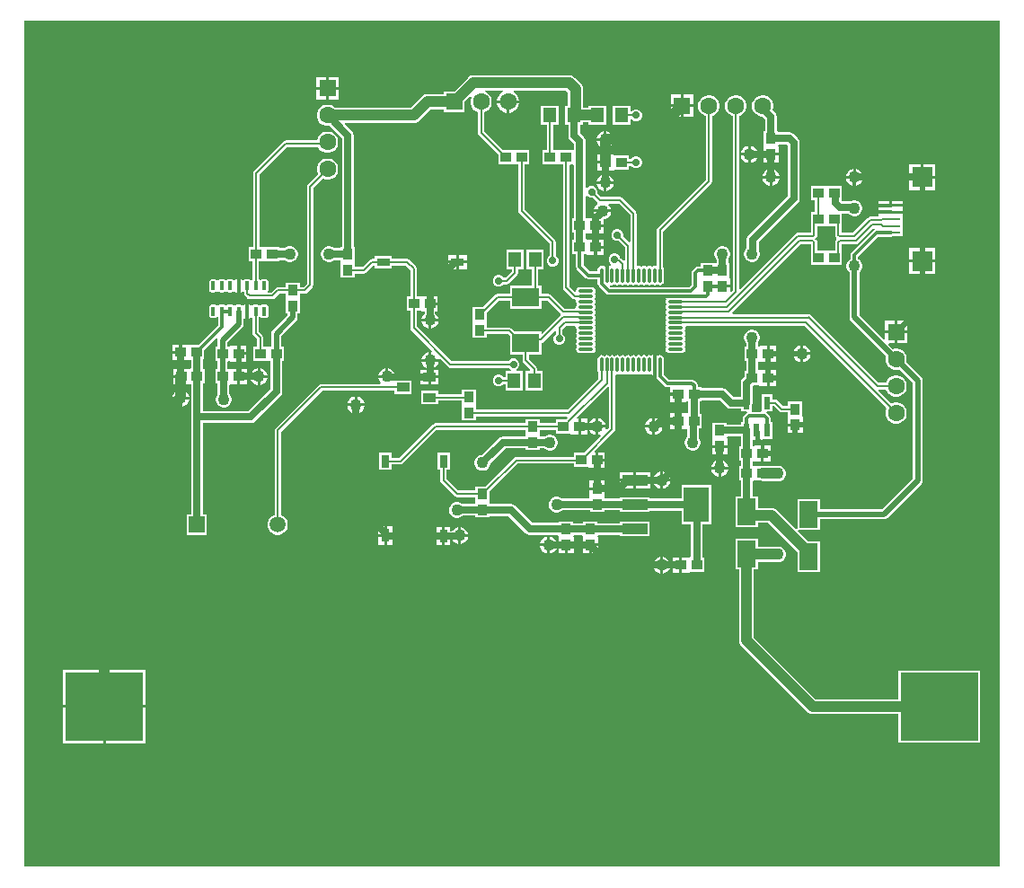
<source format=gtl>
G04*
G04 #@! TF.GenerationSoftware,Altium Limited,Altium Designer,21.3.2 (30)*
G04*
G04 Layer_Physical_Order=1*
G04 Layer_Color=255*
%FSTAX24Y24*%
%MOIN*%
G70*
G04*
G04 #@! TF.SameCoordinates,0DAA6520-49A2-4E49-A6F4-E70CAC7CC759*
G04*
G04*
G04 #@! TF.FilePolarity,Positive*
G04*
G01*
G75*
%ADD14C,0.0200*%
%ADD16C,0.0079*%
%ADD25R,0.0374X0.0394*%
%ADD26R,0.0394X0.0374*%
%ADD27R,0.0315X0.0472*%
%ADD28R,0.0500X0.0550*%
%ADD29O,0.0118X0.0571*%
%ADD30R,0.0472X0.0335*%
%ADD31O,0.0571X0.0118*%
%ADD32R,0.0669X0.0984*%
%ADD33R,0.0700X0.0100*%
%ADD34R,0.0748X0.0748*%
%ADD35R,0.0244X0.0480*%
%ADD36R,0.1000X0.0700*%
G04:AMPARAMS|DCode=37|XSize=33.1mil|YSize=15.7mil|CornerRadius=3.9mil|HoleSize=0mil|Usage=FLASHONLY|Rotation=270.000|XOffset=0mil|YOffset=0mil|HoleType=Round|Shape=RoundedRectangle|*
%AMROUNDEDRECTD37*
21,1,0.0331,0.0079,0,0,270.0*
21,1,0.0252,0.0157,0,0,270.0*
1,1,0.0079,-0.0039,-0.0126*
1,1,0.0079,-0.0039,0.0126*
1,1,0.0079,0.0039,0.0126*
1,1,0.0079,0.0039,-0.0126*
%
%ADD37ROUNDEDRECTD37*%
%ADD38R,0.0472X0.0551*%
%ADD39R,0.0472X0.0315*%
%ADD40R,0.0945X0.0394*%
%ADD41R,0.0945X0.1299*%
%ADD45C,0.0433*%
%ADD48C,0.0276*%
%ADD50C,0.0276*%
%ADD51C,0.0118*%
%ADD52C,0.0394*%
%ADD53C,0.0630*%
%ADD54R,0.0630X0.0630*%
%ADD55R,0.2874X0.2520*%
%ADD56R,0.0630X0.0630*%
%ADD57C,0.0591*%
%ADD58R,0.0591X0.0591*%
G36*
X04795Y003D02*
X01175D01*
Y0344D01*
X04795D01*
Y003D01*
D02*
G37*
%LPC*%
G36*
X023415Y032315D02*
X02305D01*
Y03195D01*
X023415D01*
Y032315D01*
D02*
G37*
G36*
X02295D02*
X022585D01*
Y03195D01*
X02295D01*
Y032315D01*
D02*
G37*
G36*
X023415Y03185D02*
X02305D01*
Y031485D01*
X023415D01*
Y03185D01*
D02*
G37*
G36*
X02295D02*
X022585D01*
Y031485D01*
X02295D01*
Y03185D01*
D02*
G37*
G36*
X036565Y031665D02*
X0362D01*
Y0313D01*
X036565D01*
Y031665D01*
D02*
G37*
G36*
X0361D02*
X035735D01*
Y0313D01*
X0361D01*
Y031665D01*
D02*
G37*
G36*
X030115Y03135D02*
X02975D01*
Y030985D01*
X029755D01*
X02986Y031013D01*
X029955Y031068D01*
X030032Y031145D01*
X030087Y03124D01*
X030115Y031345D01*
Y03135D01*
D02*
G37*
G36*
X02965D02*
X029285D01*
Y031345D01*
X029313Y03124D01*
X029368Y031145D01*
X029445Y031068D01*
X02954Y031013D01*
X029645Y030985D01*
X02965D01*
Y03135D01*
D02*
G37*
G36*
X036565Y0312D02*
X0362D01*
Y030835D01*
X036565D01*
Y0312D01*
D02*
G37*
G36*
X0361D02*
X035735D01*
Y030835D01*
X0361D01*
Y0312D01*
D02*
G37*
G36*
X034229Y031254D02*
X033571D01*
Y030546D01*
X034229D01*
Y030748D01*
X034279Y030765D01*
X034327Y030716D01*
X034407Y030683D01*
X034493D01*
X034573Y030716D01*
X034634Y030777D01*
X034667Y030857D01*
Y030943D01*
X034634Y031023D01*
X034573Y031084D01*
X034493Y031117D01*
X034407D01*
X034327Y031084D01*
X034279Y031035D01*
X034229Y031052D01*
Y031254D01*
D02*
G37*
G36*
X03335Y030314D02*
Y03005D01*
X033614D01*
X033595Y030122D01*
X033553Y030194D01*
X033494Y030253D01*
X033422Y030295D01*
X03335Y030314D01*
D02*
G37*
G36*
X03325D02*
X033178Y030295D01*
X033106Y030253D01*
X033047Y030194D01*
X033005Y030122D01*
X032986Y03005D01*
X03325D01*
Y030314D01*
D02*
G37*
G36*
X023052Y030294D02*
X022948D01*
X022848Y030267D01*
X022758Y030215D01*
X022685Y030142D01*
X022633Y030052D01*
X022611Y02997D01*
X02145D01*
X02145Y02997D01*
X021404Y029961D01*
X021365Y029935D01*
X020265Y028835D01*
X020239Y028796D01*
X02023Y02875D01*
X02023Y02875D01*
Y026016D01*
X020074D01*
Y025484D01*
X02021D01*
Y024784D01*
X020205Y024782D01*
X020203Y024777D01*
X020142D01*
X020139Y024782D01*
X0201Y024808D01*
X020054Y024817D01*
X019976D01*
X01993Y024808D01*
X01989Y024782D01*
X01985D01*
X01984Y024797D01*
X019794Y024828D01*
X01975Y024836D01*
Y02457D01*
Y024304D01*
X019794Y024313D01*
X01984Y024344D01*
X019845Y024351D01*
X019895Y024336D01*
Y024285D01*
X019895Y024285D01*
X019904Y024239D01*
X01993Y0242D01*
X020015Y024115D01*
X020015Y024115D01*
X020054Y024089D01*
X0201Y02408D01*
X02095D01*
X02095Y02408D01*
X020996Y024089D01*
X021035Y024115D01*
X0212Y02428D01*
X021434D01*
Y024135D01*
X021434Y024124D01*
Y024085D01*
X021434Y024074D01*
Y023534D01*
X021518D01*
Y023475D01*
X020966Y022924D01*
X020927Y022865D01*
X020913Y022795D01*
X020913Y022795D01*
Y022316D01*
X02082D01*
Y022316D01*
X02078D01*
Y022316D01*
X020625D01*
Y022645D01*
X020625Y022645D01*
X020616Y022691D01*
X02059Y02273D01*
X02059Y02273D01*
X02045Y02287D01*
Y023416D01*
X020454Y023418D01*
X020457Y023423D01*
X020517D01*
X02052Y023418D01*
X020559Y023392D01*
X020606Y023383D01*
X020684D01*
X02073Y023392D01*
X020769Y023418D01*
X020796Y023457D01*
X020805Y023504D01*
Y023756D01*
X020796Y023802D01*
X020769Y023841D01*
X02073Y023867D01*
X020684Y023876D01*
X020606D01*
X020559Y023867D01*
X02052Y023841D01*
X020517Y023836D01*
X020457D01*
X020454Y023841D01*
X020415Y023867D01*
X020369Y023876D01*
X020291D01*
X020244Y023867D01*
X020205Y023841D01*
X020165D01*
X020155Y023856D01*
X020109Y023887D01*
X020065Y023895D01*
Y02363D01*
Y023364D01*
X020109Y023372D01*
X020155Y023403D01*
X020159Y02341D01*
X02021Y023395D01*
Y02282D01*
X02021Y02282D01*
X020219Y022774D01*
X020245Y022735D01*
X020384Y022595D01*
Y022316D01*
X020229D01*
Y021784D01*
X02078D01*
Y021784D01*
X02082D01*
Y021784D01*
X020875D01*
Y020737D01*
X020059Y019921D01*
X018371D01*
Y020942D01*
X01843D01*
Y021473D01*
X018371D01*
Y021842D01*
X018421D01*
Y022184D01*
X018877Y02264D01*
X018887Y022639D01*
X018926Y022582D01*
X018922Y022564D01*
X018922Y022564D01*
Y022316D01*
X018829D01*
Y021784D01*
X018925D01*
Y021466D01*
X018834D01*
Y020934D01*
X018909D01*
Y020523D01*
X018875Y020464D01*
X018855Y020389D01*
Y020311D01*
X018875Y020236D01*
X018914Y020169D01*
X018969Y020114D01*
X019036Y020075D01*
X019111Y020055D01*
X019189D01*
X019264Y020075D01*
X019331Y020114D01*
X019386Y020169D01*
X019425Y020236D01*
X019445Y020311D01*
Y020389D01*
X019425Y020464D01*
X019386Y020531D01*
X019351Y020567D01*
Y020884D01*
X019401Y020914D01*
X019403Y020913D01*
X019426Y020913D01*
X01965D01*
Y0212D01*
Y021487D01*
X019403Y021487D01*
X019362Y021466D01*
X019325Y021466D01*
X019289Y021501D01*
Y021749D01*
X019325Y021784D01*
X019357Y021784D01*
X019398Y021763D01*
X019422Y021763D01*
X019645D01*
Y02205D01*
Y022337D01*
X019398Y022337D01*
X019357Y022316D01*
X019322Y022316D01*
X019287Y022351D01*
Y022488D01*
X019829Y02303D01*
X019829Y02303D01*
X019868Y023089D01*
X019882Y023159D01*
Y023343D01*
X019932Y02337D01*
X019965Y023364D01*
Y02363D01*
Y023895D01*
X019921Y023887D01*
X019875Y023856D01*
X019865Y023841D01*
X019825D01*
X019785Y023867D01*
X019739Y023876D01*
X019661D01*
X019615Y023867D01*
X019575Y023841D01*
X019573Y023836D01*
X019512D01*
X01951Y023841D01*
X01947Y023867D01*
X019424Y023876D01*
X019346D01*
X0193Y023867D01*
X019261Y023841D01*
X019258Y023836D01*
X019197D01*
X019195Y023841D01*
X019156Y023867D01*
X019109Y023876D01*
X019031D01*
X018985Y023867D01*
X018946Y023841D01*
X018943Y023836D01*
X018883D01*
X01888Y023841D01*
X018841Y023867D01*
X018794Y023876D01*
X018716D01*
X01867Y023867D01*
X018631Y023841D01*
X018604Y023802D01*
X018595Y023756D01*
Y023504D01*
X018604Y023457D01*
X018631Y023418D01*
X01867Y023392D01*
X018716Y023383D01*
X018794D01*
X018841Y023392D01*
X01888Y023418D01*
X01893Y023403D01*
Y02309D01*
X018212Y022373D01*
X017893Y022373D01*
X017852Y022394D01*
X017828Y022394D01*
X017605D01*
Y022107D01*
Y02182D01*
X017852Y02182D01*
X017879Y021835D01*
X017917Y021818D01*
X017929Y021806D01*
Y021513D01*
X017879Y021485D01*
X017861Y021494D01*
X017838Y021494D01*
X017614D01*
Y021207D01*
Y02092D01*
X017861Y02092D01*
X017879Y02093D01*
X017929Y020902D01*
Y0197D01*
Y016074D01*
X017776D01*
Y015326D01*
X018524D01*
Y016074D01*
X018371D01*
Y019479D01*
X02015D01*
X020234Y019496D01*
X020306Y019544D01*
X021251Y020489D01*
X021299Y020561D01*
X021316Y020645D01*
Y021784D01*
X021371D01*
Y022316D01*
X021278D01*
Y02272D01*
X021829Y023271D01*
X021829Y023271D01*
X021868Y02333D01*
X021882Y0234D01*
X021882Y0234D01*
Y023534D01*
X021966D01*
Y024074D01*
X021966Y024085D01*
Y024124D01*
X021966Y024135D01*
Y02428D01*
X02215D01*
X02215Y02428D01*
X022196Y024289D01*
X022235Y024315D01*
X022435Y024515D01*
X022435Y024515D01*
X022461Y024554D01*
X02247Y0246D01*
X02247Y0246D01*
Y0282D01*
X02282Y028549D01*
X022848Y028533D01*
X022948Y028506D01*
X023052D01*
X023152Y028533D01*
X023242Y028585D01*
X023315Y028658D01*
X023367Y028748D01*
X023394Y028848D01*
Y028952D01*
X023367Y029052D01*
X023315Y029142D01*
X023242Y029215D01*
X023152Y029267D01*
X023052Y029294D01*
X022948D01*
X022848Y029267D01*
X022758Y029215D01*
X022685Y029142D01*
X022633Y029052D01*
X022606Y028952D01*
Y028848D01*
X022633Y028748D01*
X022649Y02872D01*
X022265Y028335D01*
X022239Y028296D01*
X02223Y02825D01*
X02223Y02825D01*
Y02465D01*
X0221Y02452D01*
X021966D01*
Y024676D01*
X021434D01*
Y02452D01*
X02115D01*
X02115Y02452D01*
X021104Y024511D01*
X021065Y024485D01*
X021065Y024485D01*
X0209Y02432D01*
X020799D01*
X02079Y024332D01*
X020777Y02437D01*
X020796Y024398D01*
X020805Y024444D01*
Y024696D01*
X020796Y024743D01*
X020769Y024782D01*
X02073Y024808D01*
X020684Y024817D01*
X020606D01*
X020559Y024808D01*
X02052Y024782D01*
X020475Y0248D01*
X02045Y024824D01*
Y025484D01*
X020615D01*
X020626Y025484D01*
X020665D01*
X020676Y025484D01*
X021216D01*
Y025529D01*
X021403D01*
X021419Y025514D01*
X021486Y025475D01*
X021561Y025455D01*
X021639D01*
X021714Y025475D01*
X021781Y025514D01*
X021836Y025569D01*
X021875Y025636D01*
X021895Y025711D01*
Y025789D01*
X021875Y025864D01*
X021836Y025931D01*
X021781Y025986D01*
X021714Y026025D01*
X021639Y026045D01*
X021561D01*
X021486Y026025D01*
X021419Y025986D01*
X021403Y025971D01*
X021216D01*
Y026016D01*
X020676D01*
X020665Y026016D01*
X020626D01*
X020615Y026016D01*
X02047D01*
Y0287D01*
X0215Y02973D01*
X022644D01*
X022685Y029658D01*
X022758Y029585D01*
X022848Y029533D01*
X022948Y029506D01*
X023052D01*
X023152Y029533D01*
X023242Y029585D01*
X023315Y029658D01*
X023367Y029748D01*
X023394Y029848D01*
Y029952D01*
X023367Y030052D01*
X023315Y030142D01*
X023242Y030215D01*
X023152Y030267D01*
X023052Y030294D01*
D02*
G37*
G36*
X033614Y02995D02*
X03335D01*
Y029686D01*
X033422Y029705D01*
X033494Y029747D01*
X033553Y029806D01*
X033595Y029878D01*
X033614Y02995D01*
D02*
G37*
G36*
X03325D02*
X032986D01*
X033005Y029878D01*
X033047Y029806D01*
X033106Y029747D01*
X033178Y029705D01*
X03325Y029686D01*
Y02995D01*
D02*
G37*
G36*
X031969Y032378D02*
X0284D01*
X028328Y032369D01*
X028261Y032341D01*
X028203Y032297D01*
X027701Y031794D01*
X027306D01*
Y031678D01*
X0267D01*
X026628Y031669D01*
X026561Y031641D01*
X026503Y031597D01*
X026085Y031178D01*
X023279D01*
X023242Y031215D01*
X023152Y031267D01*
X023052Y031294D01*
X022948D01*
X022848Y031267D01*
X022758Y031215D01*
X022685Y031142D01*
X022633Y031052D01*
X022606Y030952D01*
Y030848D01*
X022633Y030748D01*
X022685Y030658D01*
X022758Y030585D01*
X022848Y030533D01*
X022948Y030506D01*
X023052D01*
X023075Y030513D01*
X023529Y030059D01*
Y026016D01*
X023484D01*
Y025966D01*
X023252D01*
X023231Y025986D01*
X023164Y026025D01*
X023089Y026045D01*
X023011D01*
X022936Y026025D01*
X022869Y025986D01*
X022814Y025931D01*
X022775Y025864D01*
X022755Y025789D01*
Y025711D01*
X022775Y025636D01*
X022814Y025569D01*
X022869Y025514D01*
X022936Y025475D01*
X023011Y025455D01*
X023089D01*
X023164Y025475D01*
X023231Y025514D01*
X023242Y025524D01*
X023482D01*
X023484Y025475D01*
X023484Y025465D01*
Y025426D01*
X023484Y025415D01*
Y024874D01*
X024016D01*
Y02503D01*
X02435D01*
X02435Y02503D01*
X024396Y025039D01*
X024435Y025065D01*
X0247Y02533D01*
X024757D01*
Y025214D01*
X025387D01*
Y02533D01*
X0259D01*
X02608Y02515D01*
Y024166D01*
X025929D01*
Y023634D01*
X026084D01*
Y023005D01*
X026084Y023005D01*
X026093Y022959D01*
X02612Y02292D01*
X026882Y022158D01*
X026856Y022113D01*
X02685Y022114D01*
Y02185D01*
X027114D01*
X027113Y021856D01*
X027158Y021882D01*
X027474Y021565D01*
X027513Y021539D01*
X027559Y02153D01*
X029716D01*
X029716Y021527D01*
X029777Y021466D01*
X029803Y021456D01*
X029793Y021406D01*
X029609D01*
Y02117D01*
X029534D01*
X029534Y021173D01*
X029473Y021234D01*
X029393Y021267D01*
X029307D01*
X029227Y021234D01*
X029166Y021173D01*
X029133Y021093D01*
Y021007D01*
X029166Y020927D01*
X029227Y020866D01*
X029307Y020833D01*
X029393D01*
X029473Y020866D01*
X029534Y020927D01*
X029534Y02093D01*
X029609D01*
Y020697D01*
X030239D01*
Y021406D01*
X030007D01*
X029997Y021456D01*
X030023Y021466D01*
X030084Y021527D01*
X030117Y021607D01*
Y021693D01*
X030084Y021773D01*
X030023Y021834D01*
X029943Y021867D01*
X029857D01*
X029777Y021834D01*
X029716Y021773D01*
X029716Y02177D01*
X027609D01*
X026325Y023055D01*
Y023634D01*
X026457Y023634D01*
X026498Y023613D01*
X026522Y023613D01*
X026609D01*
X026622Y023563D01*
X026606Y023553D01*
X026547Y023494D01*
X026505Y023422D01*
X026486Y02335D01*
X027114D01*
X027095Y023422D01*
X027053Y023494D01*
X026994Y023553D01*
X026978Y023563D01*
X026991Y023613D01*
X027092D01*
Y02385D01*
X026795D01*
Y0239D01*
X026745D01*
Y024187D01*
X026498Y024187D01*
X026457Y024166D01*
X02632Y024166D01*
Y0252D01*
X026311Y025246D01*
X026285Y025285D01*
X026285Y025285D01*
X026035Y025535D01*
X025996Y025561D01*
X02595Y02557D01*
X02595Y02557D01*
X025387D01*
Y025686D01*
X024757D01*
Y02557D01*
X02465D01*
X024604Y025561D01*
X024565Y025535D01*
X0243Y02527D01*
X024016D01*
Y025415D01*
X024016Y025426D01*
Y025465D01*
X024016Y025476D01*
Y026016D01*
X023971D01*
Y03015D01*
X023954Y030234D01*
X023906Y030306D01*
X023636Y030576D01*
X023656Y030622D01*
X0262D01*
X026272Y030631D01*
X026339Y030659D01*
X026397Y030703D01*
X026815Y031122D01*
X027306D01*
Y031006D01*
X028094D01*
Y031401D01*
X028317Y031624D01*
X028357Y031593D01*
X028333Y031552D01*
X028306Y031452D01*
Y031348D01*
X028333Y031248D01*
X028385Y031158D01*
X028458Y031085D01*
X028548Y031033D01*
X02858Y031025D01*
Y030245D01*
X02858Y030245D01*
X028589Y030199D01*
X028615Y03016D01*
X029329Y029445D01*
Y029084D01*
X02987D01*
X02988Y029084D01*
X02992D01*
X02993Y029084D01*
X030075D01*
Y027355D01*
X030075Y027355D01*
X030084Y027309D01*
X03011Y02727D01*
X03123Y02615D01*
Y025684D01*
X031227Y025684D01*
X031166Y025623D01*
X031133Y025543D01*
Y025457D01*
X031166Y025377D01*
X031227Y025316D01*
X031307Y025283D01*
X031393D01*
X031473Y025316D01*
X031534Y025377D01*
X031567Y025457D01*
Y025543D01*
X031534Y025623D01*
X031473Y025684D01*
X03147Y025684D01*
Y0262D01*
X031461Y026246D01*
X031435Y026285D01*
X031435Y026285D01*
X030316Y027405D01*
Y029084D01*
X030471D01*
Y029616D01*
X02993D01*
X02992Y029616D01*
X02988D01*
X02987Y029616D01*
X029499D01*
X02882Y030295D01*
Y031025D01*
X028852Y031033D01*
X028942Y031085D01*
X029015Y031158D01*
X029067Y031248D01*
X029094Y031348D01*
Y031452D01*
X029067Y031552D01*
X029015Y031642D01*
X028942Y031715D01*
X028852Y031767D01*
X028833Y031772D01*
X028839Y031822D01*
X029501D01*
X029514Y031772D01*
X029445Y031732D01*
X029368Y031655D01*
X029313Y03156D01*
X029285Y031455D01*
Y03145D01*
X030115D01*
Y031455D01*
X030087Y03156D01*
X030032Y031655D01*
X029955Y031732D01*
X029886Y031772D01*
X029899Y031822D01*
X031854D01*
X031922Y031754D01*
Y031254D01*
X031821D01*
Y030546D01*
X031929D01*
Y03015D01*
X031946Y030066D01*
X031994Y029994D01*
X032139Y029849D01*
Y029656D01*
X032116Y029616D01*
X032089Y029616D01*
X031576D01*
X031565Y029616D01*
X031526D01*
X031515Y029616D01*
X03137D01*
Y030546D01*
X031579D01*
Y031254D01*
X030921D01*
Y030546D01*
X03113D01*
Y029616D01*
X030974D01*
Y029084D01*
X031515D01*
X031526Y029084D01*
X031565D01*
X031576Y029084D01*
X03173D01*
Y0245D01*
X03173Y0245D01*
X031739Y024454D01*
X031765Y024415D01*
X032079Y024101D01*
X032079Y024101D01*
X032118Y024075D01*
X032164Y024065D01*
X032164Y024065D01*
X03219D01*
X032225Y024015D01*
X03222Y023989D01*
X03223Y023935D01*
X03226Y023891D01*
X03223Y023846D01*
X03222Y023792D01*
X032224Y02377D01*
X032187Y02372D01*
X0318D01*
X031285Y024235D01*
X031246Y024261D01*
X0312Y02427D01*
X0312Y02427D01*
X030929D01*
Y024579D01*
X030818D01*
Y025196D01*
X031013D01*
Y025904D01*
X030383D01*
Y025196D01*
X030578D01*
Y024579D01*
X029771D01*
Y02427D01*
X0293D01*
X029254Y024261D01*
X029215Y024235D01*
X028755Y023776D01*
X028384D01*
Y023224D01*
X028384D01*
Y023185D01*
X028384D01*
Y022634D01*
X028916D01*
Y022789D01*
X029691D01*
X029771Y022708D01*
Y022021D01*
X03023D01*
Y0218D01*
X03023Y0218D01*
X030239Y021754D01*
X030265Y021715D01*
X030524Y021456D01*
X030503Y021406D01*
X030357D01*
Y020697D01*
X030987D01*
Y021406D01*
X030793D01*
Y021478D01*
X030793Y021478D01*
X030784Y021524D01*
X030757Y021563D01*
X03047Y02185D01*
Y022021D01*
X030929D01*
Y022453D01*
X030968Y022461D01*
X031007Y022487D01*
X031433Y022913D01*
X03148Y022894D01*
Y022784D01*
X031477Y022784D01*
X031416Y022723D01*
X031383Y022643D01*
Y022557D01*
X031416Y022477D01*
X031477Y022416D01*
X031557Y022383D01*
X031643D01*
X031723Y022416D01*
X031784Y022477D01*
X031817Y022557D01*
Y022643D01*
X031784Y022723D01*
X031723Y022784D01*
X03172Y022784D01*
Y02295D01*
X03185Y02308D01*
X032189D01*
X032225Y02303D01*
X03222Y023005D01*
X03223Y022951D01*
X03226Y022906D01*
X03223Y022862D01*
X03222Y022808D01*
X03223Y022754D01*
X03226Y022709D01*
X03223Y022665D01*
X03222Y022611D01*
X03223Y022557D01*
X03226Y022513D01*
X03223Y022468D01*
X03222Y022414D01*
X03223Y02236D01*
X03226Y022316D01*
X03223Y022271D01*
X03222Y022217D01*
X03223Y022164D01*
X032261Y022118D01*
X032306Y022088D01*
X03236Y022077D01*
X032813D01*
X032867Y022088D01*
X032912Y022118D01*
X032943Y022164D01*
X032953Y022217D01*
X032943Y022271D01*
X032913Y022316D01*
X032943Y02236D01*
X032953Y022414D01*
X032943Y022468D01*
X032913Y022513D01*
X032943Y022557D01*
X032953Y022611D01*
X032943Y022665D01*
X032913Y022709D01*
X032943Y022754D01*
X032953Y022808D01*
X032943Y022862D01*
X032913Y022906D01*
X032943Y022951D01*
X032953Y023005D01*
X032943Y023058D01*
X032913Y023103D01*
X032943Y023148D01*
X032953Y023202D01*
X032943Y023255D01*
X032913Y0233D01*
X032943Y023345D01*
X032953Y023398D01*
X032943Y023452D01*
X032913Y023497D01*
X032943Y023542D01*
X032953Y023595D01*
X032943Y023649D01*
X032913Y023694D01*
X032943Y023738D01*
X032953Y023792D01*
X032943Y023846D01*
X032913Y023891D01*
X032943Y023935D01*
X032953Y023989D01*
X032943Y024043D01*
X032913Y024087D01*
X032943Y024132D01*
X032953Y024186D01*
X032943Y02424D01*
X032913Y024284D01*
X032943Y024329D01*
X032953Y024383D01*
X032943Y024436D01*
X032912Y024482D01*
X032867Y024512D01*
X032813Y024523D01*
X03236D01*
X032306Y024512D01*
X032261Y024482D01*
X03223Y024436D01*
X03222Y024383D01*
X032223Y024368D01*
X032176Y024344D01*
X03197Y02455D01*
Y029049D01*
X032006Y029084D01*
X032116Y029084D01*
X032139Y029044D01*
Y027066D01*
X032084D01*
Y026534D01*
X032139D01*
Y026266D01*
X032084D01*
Y025734D01*
X032219D01*
Y025291D01*
X03223Y025237D01*
X03226Y025191D01*
X032587Y024864D01*
X032633Y024834D01*
X032687Y024823D01*
X033027D01*
Y024655D01*
X033038Y024602D01*
X033068Y024556D01*
X033341Y024283D01*
X033386Y024253D01*
X03344Y024242D01*
X035497D01*
X035502Y024236D01*
X035913D01*
Y024136D01*
X035535D01*
X035537Y024124D01*
X035572Y024071D01*
X035575Y024069D01*
X035557Y024043D01*
X035547Y023989D01*
X035557Y023935D01*
X035587Y023891D01*
X035557Y023846D01*
X035547Y023792D01*
X035557Y023738D01*
X035587Y023694D01*
X035557Y023649D01*
X035547Y023595D01*
X035557Y023542D01*
X035587Y023497D01*
X035557Y023452D01*
X035547Y023398D01*
X035557Y023345D01*
X035587Y0233D01*
X035557Y023255D01*
X035547Y023202D01*
X035557Y023148D01*
X035587Y023103D01*
X035557Y023058D01*
X035547Y023005D01*
X035557Y022951D01*
X035587Y022906D01*
X035557Y022862D01*
X035547Y022808D01*
X035557Y022754D01*
X035587Y022709D01*
X035557Y022665D01*
X035547Y022611D01*
X035557Y022557D01*
X035587Y022513D01*
X035557Y022468D01*
X035547Y022414D01*
X035557Y02236D01*
X035587Y022316D01*
X035557Y022271D01*
X035547Y022217D01*
X035557Y022164D01*
X035588Y022118D01*
X035633Y022088D01*
X035687Y022077D01*
X03614D01*
X036194Y022088D01*
X036239Y022118D01*
X03627Y022164D01*
X03628Y022217D01*
X03627Y022271D01*
X03624Y022316D01*
X03627Y02236D01*
X03628Y022414D01*
X03627Y022468D01*
X03624Y022513D01*
X03627Y022557D01*
X03628Y022611D01*
X03627Y022665D01*
X03624Y022709D01*
X03627Y022754D01*
X03628Y022808D01*
X03627Y022862D01*
X03624Y022906D01*
X03627Y022951D01*
X03628Y023005D01*
X036275Y02303D01*
X036311Y02308D01*
X0407D01*
X043749Y02003D01*
X043733Y020002D01*
X043706Y019902D01*
Y019798D01*
X043733Y019698D01*
X043785Y019608D01*
X043858Y019535D01*
X043948Y019483D01*
X044048Y019456D01*
X044152D01*
X044252Y019483D01*
X044342Y019535D01*
X044415Y019608D01*
X044467Y019698D01*
X044494Y019798D01*
Y019902D01*
X044467Y020002D01*
X044415Y020092D01*
X044342Y020165D01*
X044252Y020217D01*
X044152Y020244D01*
X044048D01*
X043948Y020217D01*
X04392Y020201D01*
X043441Y02068D01*
X043461Y02073D01*
X043725D01*
X043733Y020698D01*
X043785Y020608D01*
X043858Y020535D01*
X043948Y020483D01*
X044048Y020456D01*
X044152D01*
X044252Y020483D01*
X044342Y020535D01*
X044415Y020608D01*
X044467Y020698D01*
X044494Y020798D01*
Y020902D01*
X044467Y021002D01*
X044415Y021092D01*
X044342Y021165D01*
X044252Y021217D01*
X044152Y021244D01*
X044048D01*
X043948Y021217D01*
X043858Y021165D01*
X043785Y021092D01*
X043733Y021002D01*
X043725Y02097D01*
X04345D01*
X040935Y023485D01*
X040896Y023511D01*
X04085Y02352D01*
X040842Y023519D01*
X038035D01*
X038015Y023569D01*
X040559Y026113D01*
X040932D01*
Y025748D01*
X040932Y025748D01*
X040934Y025736D01*
Y025334D01*
X041474D01*
X041485Y025334D01*
X041524D01*
X041535Y025334D01*
X042076D01*
Y025866D01*
X042073D01*
Y026118D01*
X042614D01*
X042614Y026118D01*
X04266Y026127D01*
X042699Y026153D01*
X043256Y02671D01*
X043293Y026706D01*
X043299Y026655D01*
X043273Y026638D01*
X042451Y025815D01*
X04242Y025769D01*
X04241Y025715D01*
Y02556D01*
X042369Y025536D01*
X042314Y025481D01*
X042275Y025414D01*
X042255Y025339D01*
Y025261D01*
X042275Y025186D01*
X042314Y025119D01*
X042368Y025065D01*
Y0234D01*
X042368Y0234D01*
X042382Y02333D01*
X042421Y023271D01*
X043724Y021968D01*
X043706Y021902D01*
Y021798D01*
X043733Y021698D01*
X043785Y021608D01*
X043858Y021535D01*
X043948Y021483D01*
X044048Y021456D01*
X044152D01*
X044218Y021474D01*
X044718Y020975D01*
Y017425D01*
X043562Y01627D01*
X041263D01*
Y016658D01*
X040437D01*
X040437Y015554D01*
Y015551D01*
D01*
X040437Y015547D01*
X040429Y015544D01*
X040387Y015527D01*
X039672Y016241D01*
X039614Y016286D01*
X039547Y016313D01*
X039475Y016323D01*
X038963D01*
Y016758D01*
X038771D01*
Y017299D01*
X0388Y017329D01*
X038821Y017334D01*
X038865D01*
X038876Y017334D01*
X039062D01*
X039069Y017332D01*
X039141Y017322D01*
X039597D01*
X039661Y017305D01*
X039739D01*
X039814Y017325D01*
X039881Y017364D01*
X039936Y017419D01*
X039975Y017486D01*
X039995Y017561D01*
Y017639D01*
X039975Y017714D01*
X039936Y017781D01*
X039881Y017836D01*
X039814Y017875D01*
X039739Y017895D01*
X039661D01*
X039597Y017878D01*
X039141D01*
X039069Y017868D01*
X039062Y017866D01*
X038876D01*
X038865Y017866D01*
X038821D01*
X038771Y01788D01*
Y01805D01*
X038821Y018075D01*
X038844Y018063D01*
X038867Y018063D01*
X039091D01*
Y01835D01*
Y018637D01*
X038844Y018637D01*
X038821Y018625D01*
X038771Y01865D01*
Y01886D01*
X038874D01*
Y0192D01*
X038974D01*
Y01886D01*
X039146D01*
Y018881D01*
X039499D01*
Y019519D01*
X039439D01*
Y019652D01*
X039428Y019706D01*
X039397Y019751D01*
X039299Y019849D01*
X03928Y019863D01*
X039295Y019913D01*
X039501D01*
Y020111D01*
X039569D01*
X03977Y01991D01*
X03977Y01991D01*
X039809Y019884D01*
X039855Y019875D01*
X039855Y019875D01*
X040084D01*
X040084Y019743D01*
X040063Y019702D01*
X040063Y019678D01*
Y019455D01*
X040637D01*
X040637Y019702D01*
X040616Y019743D01*
X040616Y019752D01*
Y020271D01*
X040084D01*
Y020116D01*
X039905D01*
X039704Y020317D01*
X039665Y020343D01*
X039618Y020352D01*
X039618Y020352D01*
X039501D01*
Y02055D01*
X039099D01*
Y019941D01*
X039099Y019913D01*
X039058Y019891D01*
X038792D01*
X038751Y019913D01*
X038751Y019941D01*
Y020142D01*
X038754Y020147D01*
X038771Y020231D01*
Y020845D01*
X03881Y020884D01*
X039012Y020884D01*
X039053Y020863D01*
X039076Y020863D01*
X0393D01*
Y02115D01*
Y021437D01*
X039053Y021437D01*
X03903Y021425D01*
X03898Y02145D01*
Y02175D01*
X03903Y021775D01*
X039053Y021763D01*
X039076Y021763D01*
X0393D01*
Y02205D01*
Y022337D01*
X039053Y022337D01*
X039025Y022323D01*
X038988Y022339D01*
X038976Y022351D01*
Y022458D01*
X038986Y022469D01*
X039025Y022536D01*
X039045Y022611D01*
Y022689D01*
X039025Y022764D01*
X038986Y022831D01*
X038931Y022886D01*
X038864Y022925D01*
X038789Y022945D01*
X038711D01*
X038636Y022925D01*
X038569Y022886D01*
X038514Y022831D01*
X038475Y022764D01*
X038455Y022689D01*
Y022611D01*
X038475Y022536D01*
X038514Y022469D01*
X038534Y022448D01*
Y022316D01*
X038484D01*
Y021784D01*
X038539D01*
Y021416D01*
X038484D01*
Y021196D01*
X038394Y021107D01*
X038346Y021035D01*
X038329Y02095D01*
Y020452D01*
X03806D01*
X037806Y020706D01*
X037734Y020754D01*
X03765Y020771D01*
X036871D01*
Y020816D01*
X036736D01*
Y020881D01*
X036725Y020935D01*
X036695Y02098D01*
X036625Y021049D01*
X03658Y02108D01*
X036526Y021091D01*
X035658D01*
X035473Y021276D01*
Y021637D01*
Y021863D01*
X035462Y021917D01*
X035432Y021962D01*
X035386Y021993D01*
X035333Y022003D01*
X035279Y021993D01*
X035252Y021975D01*
X03525Y021978D01*
X035198Y022013D01*
X035186Y022015D01*
Y021637D01*
Y021225D01*
X035192Y02122D01*
Y021217D01*
X035203Y021164D01*
X035233Y021118D01*
X035501Y020851D01*
X035546Y02082D01*
X0356Y02081D01*
X035708D01*
Y0206D01*
X036005D01*
Y02055D01*
X036055D01*
Y020263D01*
X036302D01*
Y020263D01*
X03632Y020284D01*
X036374D01*
Y01985D01*
X036325Y019825D01*
X036302Y019837D01*
X036278Y019837D01*
X036055D01*
Y01955D01*
Y019263D01*
X036302Y019263D01*
X036302Y019263D01*
X036352Y019233D01*
Y018969D01*
X036314Y018931D01*
X036275Y018864D01*
X036255Y018789D01*
Y018711D01*
X036275Y018636D01*
X036314Y018569D01*
X036369Y018514D01*
X036436Y018475D01*
X036511Y018455D01*
X036589D01*
X036664Y018475D01*
X036731Y018514D01*
X036786Y018569D01*
X036825Y018636D01*
X036845Y018711D01*
Y018789D01*
X036825Y018864D01*
X036793Y018919D01*
Y019284D01*
X036871D01*
Y019816D01*
X036816D01*
Y020284D01*
X036871D01*
Y020329D01*
X037559D01*
X037812Y020075D01*
X037884Y020028D01*
X037968Y020011D01*
X038349D01*
Y019913D01*
X038555D01*
X03857Y019863D01*
X038551Y019849D01*
X038451Y019749D01*
X03842Y019704D01*
X03841Y01965D01*
Y019519D01*
X038349D01*
Y019421D01*
X037816D01*
Y019476D01*
X037284D01*
X037284Y018947D01*
X037263Y018906D01*
X037263Y018883D01*
Y018659D01*
X037837D01*
X037837Y018906D01*
X037825Y018929D01*
X03785Y018979D01*
X038329D01*
Y018616D01*
X038274D01*
Y018084D01*
X038329D01*
Y017866D01*
X038274D01*
Y017334D01*
X038329D01*
Y016758D01*
X038137D01*
Y015617D01*
X038963D01*
Y015767D01*
X03936D01*
X040437Y01469D01*
Y013942D01*
X041263D01*
Y015083D01*
X04083D01*
X040447Y015467D01*
X040467Y015517D01*
X040471Y015517D01*
X040471Y015517D01*
X040474Y015517D01*
X041263D01*
Y015905D01*
X043637D01*
X043637Y015905D01*
X043707Y015919D01*
X043766Y015959D01*
X045029Y017221D01*
X045029Y017221D01*
X045068Y01728D01*
X045082Y01735D01*
Y02105D01*
X045082Y02105D01*
X045068Y02112D01*
X045029Y021179D01*
X045029Y021179D01*
X044476Y021732D01*
X044494Y021798D01*
Y021902D01*
X044467Y022002D01*
X044415Y022092D01*
X044342Y022165D01*
X044252Y022217D01*
X044152Y022244D01*
X044048D01*
X043982Y022226D01*
X043819Y022389D01*
X043838Y022435D01*
X04405D01*
Y0228D01*
X043685D01*
Y022588D01*
X043639Y022569D01*
X042732Y023475D01*
Y025065D01*
X042786Y025119D01*
X042825Y025186D01*
X042845Y025261D01*
Y025339D01*
X042825Y025414D01*
X042786Y025481D01*
X042731Y025536D01*
X042691Y02556D01*
Y025657D01*
X043431Y026398D01*
X0439D01*
X043954Y026408D01*
X043955Y026409D01*
X044329D01*
Y026665D01*
Y027156D01*
X04435D01*
Y027256D01*
X0439D01*
X04345D01*
Y027156D01*
X04341Y027132D01*
X043134D01*
X043134Y027132D01*
X043088Y027123D01*
X043049Y027097D01*
X043049Y027097D01*
X04249Y026537D01*
X042073D01*
Y026902D01*
X042073Y026902D01*
X042071Y026914D01*
Y027259D01*
X042323D01*
X042369Y027214D01*
X042436Y027175D01*
X042511Y027155D01*
X042589D01*
X042664Y027175D01*
X042731Y027214D01*
X042786Y027269D01*
X042825Y027336D01*
X042845Y027411D01*
Y027489D01*
X042825Y027564D01*
X042786Y027631D01*
X042731Y027686D01*
X042664Y027725D01*
X042589Y027745D01*
X042511D01*
X042436Y027725D01*
X042394Y027701D01*
X042112D01*
X04208Y027733D01*
Y027951D01*
X042076Y027971D01*
Y028266D01*
X041535D01*
X041524Y028266D01*
X041485D01*
X041474Y028266D01*
X040934D01*
Y027734D01*
X041084D01*
Y027316D01*
X040929D01*
Y026784D01*
X040932D01*
Y026532D01*
X040435D01*
X040389Y026523D01*
X04035Y026497D01*
X04035Y026497D01*
X038317Y024464D01*
X03827Y024483D01*
Y030875D01*
X038302Y030883D01*
X038392Y030935D01*
X038465Y031008D01*
X038517Y031098D01*
X038544Y031198D01*
Y031302D01*
X038517Y031402D01*
X038465Y031492D01*
X038392Y031565D01*
X038302Y031617D01*
X038202Y031644D01*
X038098D01*
X037998Y031617D01*
X037908Y031565D01*
X037835Y031492D01*
X037783Y031402D01*
X037756Y031302D01*
Y031198D01*
X037783Y031098D01*
X037835Y031008D01*
X037908Y030935D01*
X037998Y030883D01*
X03803Y030875D01*
Y0244D01*
X037983Y024354D01*
X037937Y024373D01*
Y0245D01*
X03765D01*
Y0246D01*
X037937D01*
Y024847D01*
X037937D01*
X037916Y024888D01*
Y025416D01*
X037871D01*
Y025553D01*
X037886Y025569D01*
X037925Y025636D01*
X037945Y025711D01*
Y025789D01*
X037925Y025864D01*
X037886Y025931D01*
X037831Y025986D01*
X037764Y026025D01*
X037689Y026045D01*
X037611D01*
X037536Y026025D01*
X037469Y025986D01*
X037414Y025931D01*
X037375Y025864D01*
X037355Y025789D01*
Y025711D01*
X037375Y025636D01*
X037414Y025569D01*
X037429Y025553D01*
Y025428D01*
X037384Y025416D01*
X037366D01*
Y025416D01*
X036834D01*
Y025281D01*
X036741D01*
X036687Y02527D01*
X036641Y02524D01*
X036551Y025149D01*
X03652Y025104D01*
X036509Y02505D01*
Y024608D01*
X036424Y024523D01*
X033498D01*
X033486Y024536D01*
X033493Y024598D01*
X033502Y024604D01*
X033513Y024606D01*
X033561Y024597D01*
X033615Y024607D01*
X033659Y024637D01*
X033704Y024607D01*
X033758Y024597D01*
X033812Y024607D01*
X033856Y024637D01*
X033901Y024607D01*
X033955Y024597D01*
X034008Y024607D01*
X034053Y024637D01*
X034098Y024607D01*
X034152Y024597D01*
X034205Y024607D01*
X03425Y024637D01*
X034295Y024607D01*
X034348Y024597D01*
X034402Y024607D01*
X034447Y024637D01*
X034492Y024607D01*
X034545Y024597D01*
X034599Y024607D01*
X034644Y024637D01*
X034688Y024607D01*
X034742Y024597D01*
X034796Y024607D01*
X034841Y024637D01*
X034885Y024607D01*
X034939Y024597D01*
X034993Y024607D01*
X035037Y024637D01*
X035082Y024607D01*
X035136Y024597D01*
X03519Y024607D01*
X035234Y024637D01*
X035279Y024607D01*
X035333Y024597D01*
X035386Y024607D01*
X035432Y024638D01*
X035462Y024683D01*
X035473Y024737D01*
Y02519D01*
X035462Y025244D01*
X035453Y025258D01*
Y026583D01*
X037235Y028365D01*
X037261Y028404D01*
X03727Y02845D01*
X03727Y02845D01*
Y030875D01*
X037302Y030883D01*
X037392Y030935D01*
X037465Y031008D01*
X037517Y031098D01*
X037544Y031198D01*
Y031302D01*
X037517Y031402D01*
X037465Y031492D01*
X037392Y031565D01*
X037302Y031617D01*
X037202Y031644D01*
X037098D01*
X036998Y031617D01*
X036908Y031565D01*
X036835Y031492D01*
X036783Y031402D01*
X036756Y031302D01*
Y031198D01*
X036783Y031098D01*
X036835Y031008D01*
X036908Y030935D01*
X036998Y030883D01*
X03703Y030875D01*
Y0285D01*
X035248Y026718D01*
X035221Y026679D01*
X035212Y026633D01*
X035212Y026633D01*
Y02536D01*
X035162Y025325D01*
X035136Y02533D01*
X035082Y02532D01*
X035037Y02529D01*
X034993Y02532D01*
X034939Y02533D01*
X034885Y02532D01*
X034841Y02529D01*
X034796Y02532D01*
X034742Y02533D01*
X034688Y02532D01*
X034644Y02529D01*
X034599Y02532D01*
X034545Y02533D01*
X03452Y025325D01*
X03447Y025361D01*
Y02725D01*
X03447Y02725D01*
X034461Y027296D01*
X034435Y027335D01*
X034435Y027335D01*
X033935Y027835D01*
X033896Y027861D01*
X03385Y02787D01*
X03385Y02787D01*
X03315D01*
X033016Y028005D01*
X033017Y028007D01*
Y028093D01*
X032984Y028173D01*
X032923Y028234D01*
X032843Y028267D01*
X032757D01*
X032677Y028234D01*
X03263Y028186D01*
X03258Y028206D01*
Y029941D01*
X032563Y030025D01*
X032516Y030097D01*
X032371Y030241D01*
Y030546D01*
X032479D01*
Y030637D01*
X032671D01*
Y030546D01*
X033329D01*
Y031254D01*
X032671D01*
Y031193D01*
X032479D01*
Y031254D01*
X032478D01*
Y031869D01*
X032469Y031941D01*
X032441Y032008D01*
X032397Y032066D01*
X032166Y032297D01*
X032108Y032341D01*
X032041Y032369D01*
X031969Y032378D01*
D02*
G37*
G36*
X0387Y029764D02*
Y0295D01*
X038964D01*
X038945Y029572D01*
X038903Y029644D01*
X038844Y029703D01*
X038772Y029745D01*
X0387Y029764D01*
D02*
G37*
G36*
X0386D02*
X038528Y029745D01*
X038456Y029703D01*
X038397Y029644D01*
X038355Y029572D01*
X038336Y0295D01*
X0386D01*
Y029764D01*
D02*
G37*
G36*
X033255Y029437D02*
X033008D01*
Y0292D01*
X033255D01*
Y029437D01*
D02*
G37*
G36*
X039737Y029405D02*
X0395D01*
Y029158D01*
X039737D01*
Y029405D01*
D02*
G37*
G36*
X0394D02*
X039163D01*
Y029158D01*
X0394D01*
Y029405D01*
D02*
G37*
G36*
X038964Y0294D02*
X0387D01*
Y029136D01*
X038772Y029155D01*
X038844Y029197D01*
X038903Y029256D01*
X038945Y029328D01*
X038964Y0294D01*
D02*
G37*
G36*
X0386D02*
X038336D01*
X038355Y029328D01*
X038397Y029256D01*
X038456Y029197D01*
X038528Y029155D01*
X0386Y029136D01*
Y0294D01*
D02*
G37*
G36*
X033602Y029437D02*
X033578Y029437D01*
X033355D01*
Y02915D01*
Y028863D01*
X033602Y028863D01*
X033643Y028884D01*
X033652Y028884D01*
X034171D01*
Y02903D01*
X034266D01*
X034266Y029027D01*
X034327Y028966D01*
X034407Y028933D01*
X034493D01*
X034573Y028966D01*
X034634Y029027D01*
X034667Y029107D01*
Y029193D01*
X034634Y029273D01*
X034573Y029334D01*
X034493Y029367D01*
X034407D01*
X034327Y029334D01*
X034266Y029273D01*
X034266Y02927D01*
X034171D01*
Y029416D01*
X033643Y029416D01*
X033602Y029437D01*
D02*
G37*
G36*
X033255Y0291D02*
X033008D01*
Y028863D01*
X033255D01*
Y0291D01*
D02*
G37*
G36*
X045542Y029079D02*
X045118D01*
Y028655D01*
X045542D01*
Y029079D01*
D02*
G37*
G36*
X045018D02*
X044594D01*
Y028655D01*
X045018D01*
Y029079D01*
D02*
G37*
G36*
X0426Y028914D02*
Y02865D01*
X042864D01*
X042845Y028722D01*
X042803Y028794D01*
X042744Y028853D01*
X042672Y028895D01*
X0426Y028914D01*
D02*
G37*
G36*
X0425D02*
X042428Y028895D01*
X042356Y028853D01*
X042297Y028794D01*
X042255Y028722D01*
X042236Y02865D01*
X0425D01*
Y028914D01*
D02*
G37*
G36*
X0395D02*
Y02865D01*
X039764D01*
X039745Y028722D01*
X039703Y028794D01*
X039644Y028853D01*
X039572Y028895D01*
X0395Y028914D01*
D02*
G37*
G36*
X0394D02*
X039328Y028895D01*
X039256Y028853D01*
X039197Y028794D01*
X039155Y028722D01*
X039136Y02865D01*
X0394D01*
Y028914D01*
D02*
G37*
G36*
X03335Y028714D02*
Y02845D01*
X033614D01*
X033595Y028522D01*
X033553Y028594D01*
X033494Y028653D01*
X033422Y028695D01*
X03335Y028714D01*
D02*
G37*
G36*
X03325D02*
X033178Y028695D01*
X033106Y028653D01*
X033047Y028594D01*
X033005Y028522D01*
X032986Y02845D01*
X03325D01*
Y028714D01*
D02*
G37*
G36*
X042864Y02855D02*
X0426D01*
Y028286D01*
X042672Y028305D01*
X042744Y028347D01*
X042803Y028406D01*
X042845Y028478D01*
X042864Y02855D01*
D02*
G37*
G36*
X0425D02*
X042236D01*
X042255Y028478D01*
X042297Y028406D01*
X042356Y028347D01*
X042428Y028305D01*
X0425Y028286D01*
Y02855D01*
D02*
G37*
G36*
X039764D02*
X0395D01*
Y028286D01*
X039572Y028305D01*
X039644Y028347D01*
X039703Y028406D01*
X039745Y028478D01*
X039764Y02855D01*
D02*
G37*
G36*
X0394D02*
X039136D01*
X039155Y028478D01*
X039197Y028406D01*
X039256Y028347D01*
X039328Y028305D01*
X0394Y028286D01*
Y02855D01*
D02*
G37*
G36*
X045542Y028555D02*
X045118D01*
Y028131D01*
X045542D01*
Y028555D01*
D02*
G37*
G36*
X045018D02*
X044594D01*
Y028131D01*
X045018D01*
Y028555D01*
D02*
G37*
G36*
X033614Y02835D02*
X03335D01*
Y028086D01*
X033422Y028105D01*
X033494Y028147D01*
X033553Y028206D01*
X033595Y028278D01*
X033614Y02835D01*
D02*
G37*
G36*
X03325D02*
X032986D01*
X033005Y028278D01*
X033047Y028206D01*
X033106Y028147D01*
X033178Y028105D01*
X03325Y028086D01*
Y02835D01*
D02*
G37*
G36*
X04435Y0277D02*
X04395D01*
Y0276D01*
X04435D01*
Y0277D01*
D02*
G37*
G36*
X04385D02*
X04345D01*
Y0276D01*
X04385D01*
Y0277D01*
D02*
G37*
G36*
X04435Y0275D02*
X0439D01*
X04345D01*
Y0274D01*
Y027356D01*
X0439D01*
X04435D01*
Y0274D01*
Y0275D01*
D02*
G37*
G36*
X045542Y025969D02*
X045118D01*
Y025545D01*
X045542D01*
Y025969D01*
D02*
G37*
G36*
X045018D02*
X044594D01*
Y025545D01*
X045018D01*
Y025969D01*
D02*
G37*
G36*
X028164Y025707D02*
X027878D01*
Y0255D01*
X028164D01*
Y025707D01*
D02*
G37*
G36*
X027778D02*
X027492D01*
Y0255D01*
X027778D01*
Y025707D01*
D02*
G37*
G36*
X039202Y031644D02*
X039098D01*
X038998Y031617D01*
X038908Y031565D01*
X038835Y031492D01*
X038783Y031402D01*
X038756Y031302D01*
Y031198D01*
X038783Y031098D01*
X038835Y031008D01*
X038908Y030935D01*
X038998Y030883D01*
X039098Y030856D01*
X039136D01*
X039229Y030763D01*
Y030321D01*
X039184D01*
X039184Y029793D01*
X039163Y029752D01*
X039163Y029728D01*
Y029505D01*
X039737D01*
X039737Y029752D01*
X039723Y029779D01*
X039739Y029817D01*
X039751Y029829D01*
X040047D01*
X040079Y029797D01*
Y027891D01*
X038624Y026436D01*
X038576Y026365D01*
X038559Y02628D01*
Y025977D01*
X038514Y025931D01*
X038475Y025864D01*
X038455Y025789D01*
Y025711D01*
X038475Y025636D01*
X038514Y025569D01*
X038569Y025514D01*
X038636Y025475D01*
X038711Y025455D01*
X038789D01*
X038864Y025475D01*
X038931Y025514D01*
X038986Y025569D01*
X039025Y025636D01*
X039045Y025711D01*
Y025789D01*
X039025Y025864D01*
X039001Y025906D01*
Y026189D01*
X040456Y027644D01*
X040504Y027716D01*
X040521Y0278D01*
Y029889D01*
X040504Y029973D01*
X040456Y030045D01*
X040295Y030206D01*
X040223Y030254D01*
X040139Y030271D01*
X039716D01*
Y030321D01*
X039671D01*
Y030854D01*
X039654Y030939D01*
X039606Y03101D01*
X039517Y031099D01*
X039544Y031198D01*
Y031302D01*
X039517Y031402D01*
X039465Y031492D01*
X039392Y031565D01*
X039302Y031617D01*
X039202Y031644D01*
D02*
G37*
G36*
X028164Y0254D02*
X027878D01*
Y025193D01*
X028164D01*
Y0254D01*
D02*
G37*
G36*
X027778D02*
X027492D01*
Y025193D01*
X027778D01*
Y0254D01*
D02*
G37*
G36*
X045542Y025445D02*
X045118D01*
Y025021D01*
X045542D01*
Y025445D01*
D02*
G37*
G36*
X045018D02*
X044594D01*
Y025021D01*
X045018D01*
Y025445D01*
D02*
G37*
G36*
X030265Y025904D02*
X029635D01*
Y025196D01*
X02983D01*
Y0251D01*
X0296Y02487D01*
X029534D01*
X029534Y024873D01*
X029473Y024934D01*
X029393Y024967D01*
X029307D01*
X029227Y024934D01*
X029166Y024873D01*
X029133Y024793D01*
Y024707D01*
X029166Y024627D01*
X029227Y024566D01*
X029307Y024533D01*
X029393D01*
X029473Y024566D01*
X029534Y024627D01*
X029534Y02463D01*
X02965D01*
X02965Y02463D01*
X029696Y024639D01*
X029735Y024665D01*
X030035Y024965D01*
X030061Y025004D01*
X03007Y02505D01*
Y025196D01*
X030265D01*
Y025904D01*
D02*
G37*
G36*
X01965Y024836D02*
X019606Y024828D01*
X01956Y024797D01*
X01955Y024782D01*
X01951D01*
X01947Y024808D01*
X019424Y024817D01*
X019346D01*
X0193Y024808D01*
X019261Y024782D01*
X019258Y024777D01*
X019197D01*
X019195Y024782D01*
X019156Y024808D01*
X019109Y024817D01*
X019031D01*
X018985Y024808D01*
X018946Y024782D01*
X018943Y024777D01*
X018883D01*
X01888Y024782D01*
X018841Y024808D01*
X018794Y024817D01*
X018716D01*
X01867Y024808D01*
X018631Y024782D01*
X018604Y024743D01*
X018595Y024696D01*
Y024444D01*
X018604Y024398D01*
X018631Y024359D01*
X01867Y024333D01*
X018716Y024324D01*
X018794D01*
X018841Y024333D01*
X01888Y024359D01*
X018883Y024364D01*
X018943D01*
X018946Y024359D01*
X018985Y024333D01*
X019031Y024324D01*
X019109D01*
X019156Y024333D01*
X019195Y024359D01*
X019197Y024364D01*
X019258D01*
X019261Y024359D01*
X0193Y024333D01*
X019346Y024324D01*
X019424D01*
X01947Y024333D01*
X01951Y024359D01*
X01955D01*
X01956Y024344D01*
X019606Y024313D01*
X01965Y024304D01*
Y02457D01*
Y024836D01*
D02*
G37*
G36*
X026845Y024187D02*
Y02395D01*
X027092D01*
Y024187D01*
X026845D01*
D02*
G37*
G36*
X027114Y02325D02*
X02685D01*
Y022986D01*
X026922Y023005D01*
X026994Y023047D01*
X027053Y023106D01*
X027095Y023178D01*
X027114Y02325D01*
D02*
G37*
G36*
X02675D02*
X026486D01*
X026505Y023178D01*
X026547Y023106D01*
X026606Y023047D01*
X026678Y023005D01*
X02675Y022986D01*
Y02325D01*
D02*
G37*
G36*
X044515Y023265D02*
X04415D01*
Y0229D01*
X044515D01*
Y023265D01*
D02*
G37*
G36*
X04405D02*
X043685D01*
Y0229D01*
X04405D01*
Y023265D01*
D02*
G37*
G36*
X044515Y0228D02*
X04415D01*
Y022435D01*
X044515D01*
Y0228D01*
D02*
G37*
G36*
X017505Y022394D02*
X017258D01*
Y022157D01*
X017505D01*
Y022394D01*
D02*
G37*
G36*
X0394Y022337D02*
Y0221D01*
X039647D01*
Y022337D01*
X0394D01*
D02*
G37*
G36*
X019745D02*
Y0221D01*
X019992D01*
Y022337D01*
X019745D01*
D02*
G37*
G36*
X04065Y022364D02*
Y0221D01*
X040914D01*
X040895Y022172D01*
X040853Y022244D01*
X040794Y022303D01*
X040722Y022345D01*
X04065Y022364D01*
D02*
G37*
G36*
X04055D02*
X040478Y022345D01*
X040406Y022303D01*
X040347Y022244D01*
X040305Y022172D01*
X040286Y0221D01*
X04055D01*
Y022364D01*
D02*
G37*
G36*
X035086Y022015D02*
X035074Y022013D01*
X035021Y021978D01*
X035019Y021975D01*
X034993Y021993D01*
X034939Y022003D01*
X034885Y021993D01*
X034841Y021963D01*
X034796Y021993D01*
X034742Y022003D01*
X034688Y021993D01*
X034644Y021963D01*
X034599Y021993D01*
X034545Y022003D01*
X034492Y021993D01*
X034447Y021963D01*
X034402Y021993D01*
X034348Y022003D01*
X034295Y021993D01*
X03425Y021963D01*
X034205Y021993D01*
X034152Y022003D01*
X034098Y021993D01*
X034053Y021963D01*
X034008Y021993D01*
X033955Y022003D01*
X033901Y021993D01*
X033856Y021963D01*
X033812Y021993D01*
X033758Y022003D01*
X033704Y021993D01*
X033659Y021963D01*
X033615Y021993D01*
X033561Y022003D01*
X033507Y021993D01*
X033463Y021963D01*
X033418Y021993D01*
X033364Y022003D01*
X03331Y021993D01*
X033266Y021963D01*
X033221Y021993D01*
X033167Y022003D01*
X033114Y021993D01*
X033068Y021962D01*
X033038Y021917D01*
X033027Y021863D01*
Y02141D01*
X033038Y021356D01*
X033047Y021342D01*
Y021117D01*
X0319Y01997D01*
X028516D01*
Y02012D01*
X028516Y02013D01*
Y02017D01*
X028516Y02018D01*
Y020721D01*
X027984D01*
Y02055D01*
X027105D01*
Y020676D01*
X026475D01*
Y020184D01*
X027105D01*
Y02031D01*
X027984D01*
Y02018D01*
X027984Y02017D01*
Y02013D01*
X027984Y02012D01*
Y019579D01*
X028516D01*
Y01973D01*
X031893D01*
X031914Y01968D01*
X03185Y019616D01*
X031479D01*
Y019466D01*
X030866D01*
Y019621D01*
X030334D01*
Y019466D01*
X026995D01*
X026995Y019466D01*
X026949Y019457D01*
X02691Y01943D01*
X02691Y01943D01*
X025656Y018176D01*
X025386D01*
Y018371D01*
X024914D01*
Y017741D01*
X025386D01*
Y017935D01*
X025706D01*
X025706Y017935D01*
X025752Y017945D01*
X025791Y017971D01*
X027045Y019225D01*
X030334D01*
Y01908D01*
X030334Y01907D01*
Y019025D01*
X03032Y018975D01*
X029505D01*
X02942Y018959D01*
X029349Y018911D01*
X028733Y018295D01*
X028711D01*
X028636Y018275D01*
X028569Y018236D01*
X028514Y018181D01*
X028475Y018114D01*
X028455Y018039D01*
Y017961D01*
X028475Y017886D01*
X028514Y017819D01*
X028569Y017764D01*
X028636Y017725D01*
X028711Y017705D01*
X028789D01*
X028864Y017725D01*
X028931Y017764D01*
X028986Y017819D01*
X029025Y017886D01*
X029045Y017961D01*
Y017983D01*
X029596Y018534D01*
X030334D01*
Y018479D01*
X030866D01*
Y018532D01*
X031051D01*
X031069Y018514D01*
X031136Y018475D01*
X031211Y018455D01*
X031289D01*
X031364Y018475D01*
X031431Y018514D01*
X031486Y018569D01*
X031525Y018636D01*
X031545Y018711D01*
Y018789D01*
X031525Y018864D01*
X031486Y018931D01*
X031431Y018986D01*
X031364Y019025D01*
X031289Y019045D01*
X031211D01*
X031136Y019025D01*
X031069Y018986D01*
X031056Y018973D01*
X030901D01*
X030869Y019006D01*
X030866Y019023D01*
X030866Y01907D01*
X030866Y01908D01*
Y019225D01*
X031479D01*
Y019084D01*
X032007D01*
X032048Y019063D01*
X032048Y019063D01*
X032048Y019063D01*
X032295D01*
Y01935D01*
Y019637D01*
X032277D01*
X032258Y019683D01*
X033394Y020819D01*
X033441Y0208D01*
Y019306D01*
X03335Y019215D01*
X033343Y019217D01*
X033308Y019277D01*
X033314Y0193D01*
X03305D01*
Y019036D01*
X033073Y019042D01*
X033133Y019007D01*
X033135Y019D01*
X0325Y018366D01*
X032129D01*
Y018216D01*
X029995D01*
X029949Y018207D01*
X02991Y01818D01*
X02991Y01818D01*
X028855Y017126D01*
X028484D01*
Y01697D01*
X02785D01*
X02742Y0174D01*
Y017735D01*
X027536D01*
Y018365D01*
X027064D01*
Y017735D01*
X02718D01*
Y01735D01*
X02718Y01735D01*
X027189Y017304D01*
X027215Y017265D01*
X027715Y016765D01*
X027715Y016765D01*
X027754Y016739D01*
X0278Y01673D01*
X0278Y01673D01*
X028484D01*
Y016585D01*
X028484Y016574D01*
Y016535D01*
X028484Y016525D01*
X028482Y016475D01*
X027992D01*
X027981Y016486D01*
X027914Y016525D01*
X027839Y016545D01*
X027761D01*
X027686Y016525D01*
X027619Y016486D01*
X027564Y016431D01*
X027525Y016364D01*
X027505Y016289D01*
Y016211D01*
X027525Y016136D01*
X027564Y016069D01*
X027619Y016014D01*
X027686Y015975D01*
X027761Y015955D01*
X027839D01*
X027914Y015975D01*
X027981Y016014D01*
X028002Y016034D01*
X028484D01*
Y015984D01*
X029016D01*
Y016029D01*
X029709D01*
X030349Y015389D01*
X03042Y015341D01*
X030505Y015324D01*
X03155D01*
X031575Y015274D01*
X031563Y015252D01*
X031563Y015228D01*
Y015011D01*
X031513Y015005D01*
X031495Y015072D01*
X031453Y015144D01*
X031394Y015203D01*
X031322Y015245D01*
X03125Y015264D01*
Y01495D01*
Y014636D01*
X031322Y014655D01*
X031394Y014697D01*
X031453Y014756D01*
X031495Y014828D01*
X031513Y014895D01*
X031563Y014889D01*
Y014658D01*
X0318D01*
Y014955D01*
X03185D01*
Y015005D01*
X032137D01*
X032137Y015252D01*
X032126Y015272D01*
X032153Y015322D01*
X03245D01*
X032455Y015317D01*
X032476Y015272D01*
X032463Y015247D01*
X032463Y015224D01*
Y015D01*
X03275D01*
X033037D01*
X033037Y015247D01*
X033024Y015272D01*
X033046Y015318D01*
X033049Y015322D01*
X033857D01*
Y015269D01*
X034959D01*
Y01582D01*
X033857D01*
Y015763D01*
X033016D01*
Y015816D01*
X032484D01*
Y015764D01*
X032116D01*
Y015821D01*
X031584D01*
Y015766D01*
X030596D01*
X029956Y016406D01*
X029884Y016454D01*
X0298Y016471D01*
X029016D01*
Y016524D01*
X029016Y016535D01*
Y016574D01*
X029016Y016585D01*
Y016945D01*
X030045Y017975D01*
X032129D01*
Y017834D01*
X032657D01*
X032698Y017813D01*
X032698Y017813D01*
X032698Y017813D01*
X032945D01*
Y0181D01*
Y018387D01*
X032927D01*
X032908Y018433D01*
X033646Y019171D01*
X033672Y01921D01*
X033681Y019256D01*
X033681Y019256D01*
Y02124D01*
X033731Y021275D01*
X033758Y02127D01*
X033812Y02128D01*
X033856Y02131D01*
X033901Y02128D01*
X033955Y02127D01*
X034008Y02128D01*
X034053Y02131D01*
X034098Y02128D01*
X034152Y02127D01*
X034205Y02128D01*
X03425Y02131D01*
X034295Y02128D01*
X034348Y02127D01*
X034402Y02128D01*
X034447Y02131D01*
X034492Y02128D01*
X034545Y02127D01*
X034599Y02128D01*
X034644Y02131D01*
X034688Y02128D01*
X034742Y02127D01*
X034796Y02128D01*
X034841Y02131D01*
X034885Y02128D01*
X034939Y02127D01*
X034993Y02128D01*
X035019Y021298D01*
X035021Y021296D01*
X035074Y02126D01*
X035086Y021258D01*
Y021637D01*
Y022015D01*
D02*
G37*
G36*
X02675Y022114D02*
X026678Y022095D01*
X026606Y022053D01*
X026547Y021994D01*
X026505Y021922D01*
X026486Y02185D01*
X02675D01*
Y022114D01*
D02*
G37*
G36*
X017505Y022057D02*
X017258D01*
Y02182D01*
X017505D01*
Y022057D01*
D02*
G37*
G36*
X039647Y022D02*
X0394D01*
Y021763D01*
X039647D01*
Y022D01*
D02*
G37*
G36*
X019992D02*
X019745D01*
Y021763D01*
X019992D01*
Y022D01*
D02*
G37*
G36*
X040914D02*
X04065D01*
Y021736D01*
X040722Y021755D01*
X040794Y021797D01*
X040853Y021856D01*
X040895Y021928D01*
X040914Y022D01*
D02*
G37*
G36*
X04055D02*
X040286D01*
X040305Y021928D01*
X040347Y021856D01*
X040406Y021797D01*
X040478Y021755D01*
X04055Y021736D01*
Y022D01*
D02*
G37*
G36*
X017514Y021494D02*
X017267D01*
Y021257D01*
X017514D01*
Y021494D01*
D02*
G37*
G36*
X01975Y021487D02*
Y02125D01*
X019997D01*
Y021487D01*
X01975D01*
D02*
G37*
G36*
X02525Y021514D02*
Y02125D01*
X025514D01*
X025495Y021322D01*
X025453Y021394D01*
X025394Y021453D01*
X025322Y021495D01*
X02525Y021514D01*
D02*
G37*
G36*
X02515D02*
X025078Y021495D01*
X025006Y021453D01*
X024947Y021394D01*
X024905Y021322D01*
X024886Y02125D01*
X02515D01*
Y021514D01*
D02*
G37*
G36*
X0205D02*
Y02125D01*
X020764D01*
X020745Y021322D01*
X020703Y021394D01*
X020644Y021453D01*
X020572Y021495D01*
X0205Y021514D01*
D02*
G37*
G36*
X0204D02*
X020328Y021495D01*
X020256Y021453D01*
X020197Y021394D01*
X020155Y021322D01*
X020136Y02125D01*
X0204D01*
Y021514D01*
D02*
G37*
G36*
X027114Y02175D02*
X026486D01*
X026505Y021678D01*
X026547Y021606D01*
X026606Y021547D01*
X026678Y021505D01*
X02667Y021455D01*
X026456D01*
Y021238D01*
X026792D01*
X027128D01*
Y021455D01*
X02693D01*
X026922Y021505D01*
X026994Y021547D01*
X027053Y021606D01*
X027095Y021678D01*
X027114Y02175D01*
D02*
G37*
G36*
X0394Y021437D02*
Y0212D01*
X039647D01*
Y021437D01*
X0394D01*
D02*
G37*
G36*
X027128Y021138D02*
X026842D01*
Y020921D01*
X027128D01*
Y021138D01*
D02*
G37*
G36*
X026742D02*
X026456D01*
Y020921D01*
X026742D01*
Y021138D01*
D02*
G37*
G36*
X017514Y021157D02*
X017267D01*
Y02092D01*
X017514D01*
Y021157D01*
D02*
G37*
G36*
X025514Y02115D02*
X024886D01*
X024905Y021078D01*
X024947Y021006D01*
X024982Y02097D01*
X024961Y02092D01*
X02275D01*
X02275Y02092D01*
X022704Y020911D01*
X022665Y020885D01*
X022665Y020885D01*
X021065Y019285D01*
X021039Y019246D01*
X02103Y0192D01*
X02103Y0192D01*
Y01606D01*
X021006Y016054D01*
X02092Y016004D01*
X020851Y015935D01*
X020801Y015849D01*
X020776Y015754D01*
Y015656D01*
X020801Y015561D01*
X020851Y015475D01*
X02092Y015406D01*
X021006Y015356D01*
X021101Y015331D01*
X021199D01*
X021294Y015356D01*
X02138Y015406D01*
X021449Y015475D01*
X021499Y015561D01*
X021524Y015656D01*
Y015754D01*
X021499Y015849D01*
X021449Y015935D01*
X02138Y016004D01*
X021294Y016054D01*
X02127Y01606D01*
Y01915D01*
X0228Y02068D01*
X025493D01*
Y020556D01*
X026123D01*
Y021048D01*
X025536D01*
X025526Y021055D01*
X0255Y021098D01*
X025514Y02115D01*
D02*
G37*
G36*
X019997D02*
X01975D01*
Y020913D01*
X019997D01*
Y02115D01*
D02*
G37*
G36*
X020764D02*
X0205D01*
Y020886D01*
X020572Y020905D01*
X020644Y020947D01*
X020703Y021006D01*
X020745Y021078D01*
X020764Y02115D01*
D02*
G37*
G36*
X0204D02*
X020136D01*
X020155Y021078D01*
X020197Y021006D01*
X020256Y020947D01*
X020328Y020905D01*
X0204Y020886D01*
Y02115D01*
D02*
G37*
G36*
X039647Y0211D02*
X0394D01*
Y020863D01*
X039647D01*
Y0211D01*
D02*
G37*
G36*
X0176Y020714D02*
Y02045D01*
X017864D01*
X017845Y020522D01*
X017803Y020594D01*
X017744Y020653D01*
X017672Y020695D01*
X0176Y020714D01*
D02*
G37*
G36*
X0175D02*
X017428Y020695D01*
X017356Y020653D01*
X017297Y020594D01*
X017255Y020522D01*
X017236Y02045D01*
X0175D01*
Y020714D01*
D02*
G37*
G36*
X035955Y0205D02*
X035708D01*
Y020263D01*
X035955D01*
Y0205D01*
D02*
G37*
G36*
X0241Y020464D02*
Y0202D01*
X024364D01*
X024345Y020272D01*
X024303Y020344D01*
X024244Y020403D01*
X024172Y020445D01*
X0241Y020464D01*
D02*
G37*
G36*
X024D02*
X023928Y020445D01*
X023856Y020403D01*
X023797Y020344D01*
X023755Y020272D01*
X023736Y0202D01*
X024D01*
Y020464D01*
D02*
G37*
G36*
X017864Y02035D02*
X0176D01*
Y020086D01*
X017672Y020105D01*
X017744Y020147D01*
X017803Y020206D01*
X017845Y020278D01*
X017864Y02035D01*
D02*
G37*
G36*
X0175D02*
X017236D01*
X017255Y020278D01*
X017297Y020206D01*
X017356Y020147D01*
X017428Y020105D01*
X0175Y020086D01*
Y02035D01*
D02*
G37*
G36*
X024364Y0201D02*
X0241D01*
Y019836D01*
X024172Y019855D01*
X024244Y019897D01*
X024303Y019956D01*
X024345Y020028D01*
X024364Y0201D01*
D02*
G37*
G36*
X024D02*
X023736D01*
X023755Y020028D01*
X023797Y019956D01*
X023856Y019897D01*
X023928Y019855D01*
X024Y019836D01*
Y0201D01*
D02*
G37*
G36*
X035955Y019837D02*
X035708D01*
Y0196D01*
X035955D01*
Y019837D01*
D02*
G37*
G36*
X03295Y019664D02*
X032878Y019645D01*
X032806Y019603D01*
X032747Y019544D01*
X032705Y019472D01*
X032692Y019424D01*
X032642Y019431D01*
Y019637D01*
X032395D01*
Y01935D01*
Y019063D01*
X032642D01*
Y019269D01*
X032692Y019276D01*
X032705Y019228D01*
X032747Y019156D01*
X032806Y019097D01*
X032878Y019055D01*
X03295Y019036D01*
Y01935D01*
Y019664D01*
D02*
G37*
G36*
X03515D02*
Y0194D01*
X035414D01*
X035395Y019472D01*
X035353Y019544D01*
X035294Y019603D01*
X035222Y019645D01*
X03515Y019664D01*
D02*
G37*
G36*
X03505D02*
X034978Y019645D01*
X034906Y019603D01*
X034847Y019544D01*
X034805Y019472D01*
X034786Y0194D01*
X03505D01*
Y019664D01*
D02*
G37*
G36*
X03305D02*
Y0194D01*
X033314D01*
X033295Y019472D01*
X033253Y019544D01*
X033194Y019603D01*
X033122Y019645D01*
X03305Y019664D01*
D02*
G37*
G36*
X035955Y0195D02*
X035708D01*
Y019263D01*
X035955D01*
Y0195D01*
D02*
G37*
G36*
X040637Y019355D02*
X0404D01*
Y019108D01*
X040637D01*
Y019355D01*
D02*
G37*
G36*
X0403D02*
X040063D01*
Y019108D01*
X0403D01*
Y019355D01*
D02*
G37*
G36*
X035414Y0193D02*
X03515D01*
Y019036D01*
X035222Y019055D01*
X035294Y019097D01*
X035353Y019156D01*
X035395Y019228D01*
X035414Y0193D01*
D02*
G37*
G36*
X03505D02*
X034786D01*
X034805Y019228D01*
X034847Y019156D01*
X034906Y019097D01*
X034978Y019055D01*
X03505Y019036D01*
Y0193D01*
D02*
G37*
G36*
X039191Y018637D02*
Y0184D01*
X039437D01*
Y018637D01*
X039191D01*
D02*
G37*
G36*
X037837Y018559D02*
X0376D01*
Y018313D01*
X037837D01*
Y018559D01*
D02*
G37*
G36*
X0375D02*
X037263D01*
Y018313D01*
X0375D01*
Y018559D01*
D02*
G37*
G36*
X033292Y018387D02*
X033045D01*
Y01815D01*
X033292D01*
Y018387D01*
D02*
G37*
G36*
X039437Y0183D02*
X039191D01*
Y018063D01*
X039437D01*
Y0183D01*
D02*
G37*
G36*
X0376Y018114D02*
Y01785D01*
X037864D01*
X037845Y017922D01*
X037803Y017994D01*
X037744Y018053D01*
X037672Y018095D01*
X0376Y018114D01*
D02*
G37*
G36*
X0375D02*
X037428Y018095D01*
X037356Y018053D01*
X037297Y017994D01*
X037255Y017922D01*
X037236Y01785D01*
X0375D01*
Y018114D01*
D02*
G37*
G36*
X033292Y01805D02*
X033045D01*
Y017813D01*
X033292D01*
Y01805D01*
D02*
G37*
G36*
X037864Y01775D02*
X0376D01*
Y017486D01*
X037672Y017505D01*
X037744Y017547D01*
X037803Y017606D01*
X037845Y017678D01*
X037864Y01775D01*
D02*
G37*
G36*
X0375D02*
X037236D01*
X037255Y017678D01*
X037297Y017606D01*
X037356Y017547D01*
X037428Y017505D01*
X0375Y017486D01*
Y01775D01*
D02*
G37*
G36*
X034981Y017652D02*
X034458D01*
Y017406D01*
X034981D01*
Y017652D01*
D02*
G37*
G36*
X035456Y01767D02*
Y017406D01*
X03572D01*
X0357Y017478D01*
X035659Y01755D01*
X0356Y017609D01*
X035528Y01765D01*
X035456Y01767D01*
D02*
G37*
G36*
X035356D02*
X035283Y01765D01*
X035211Y017609D01*
X035152Y01755D01*
X035111Y017478D01*
X035091Y017406D01*
X035356D01*
Y01767D01*
D02*
G37*
G36*
X034358Y017652D02*
X033836D01*
Y017406D01*
X034358D01*
Y017652D01*
D02*
G37*
G36*
X033287Y017342D02*
X03305D01*
Y017095D01*
X033287D01*
Y017342D01*
D02*
G37*
G36*
X03295D02*
X032713D01*
Y017095D01*
X03295D01*
Y017342D01*
D02*
G37*
G36*
X034981Y017306D02*
X034458D01*
Y017059D01*
X034981D01*
Y017306D01*
D02*
G37*
G36*
X034358D02*
X033836D01*
Y017059D01*
X034358D01*
Y017306D01*
D02*
G37*
G36*
X03572D02*
X035456D01*
Y017041D01*
X035528Y017061D01*
X0356Y017102D01*
X035659Y017161D01*
X0357Y017233D01*
X03572Y017306D01*
D02*
G37*
G36*
X035356D02*
X035091D01*
X035111Y017233D01*
X035152Y017161D01*
X035211Y017102D01*
X035283Y017061D01*
X035356Y017041D01*
Y017306D01*
D02*
G37*
G36*
X037243Y017178D02*
X036141D01*
Y016671D01*
X034959D01*
Y016726D01*
X033857D01*
Y016673D01*
X0333D01*
X033295Y016678D01*
X033274Y016723D01*
X033287Y016748D01*
X033287Y016772D01*
Y016995D01*
X032713D01*
X032713Y016748D01*
X032726Y016723D01*
X032705Y016678D01*
X0327Y016673D01*
X031694D01*
X031681Y016686D01*
X031614Y016725D01*
X031539Y016745D01*
X031461D01*
X031386Y016725D01*
X031319Y016686D01*
X031264Y016631D01*
X031225Y016564D01*
X031205Y016489D01*
Y016411D01*
X031225Y016336D01*
X031264Y016269D01*
X031319Y016214D01*
X031386Y016175D01*
X031461Y016155D01*
X031539D01*
X031614Y016175D01*
X031681Y016214D01*
X031699Y016232D01*
X032734D01*
Y016179D01*
X033266D01*
Y016232D01*
X033857D01*
Y016174D01*
X034959D01*
Y016229D01*
X036141D01*
Y015722D01*
X036474D01*
Y0145D01*
X036425Y014475D01*
X036402Y014487D01*
X036378Y014487D01*
X036155D01*
Y0142D01*
Y013913D01*
X036402Y013913D01*
X036443Y013934D01*
X036452Y013934D01*
X036971D01*
Y014466D01*
X036916D01*
Y015722D01*
X037243D01*
Y017178D01*
D02*
G37*
G36*
X025407Y015636D02*
X0252D01*
Y01535D01*
X025407D01*
Y015636D01*
D02*
G37*
G36*
X02795Y015614D02*
Y01535D01*
X028214D01*
X028195Y015422D01*
X028153Y015494D01*
X028094Y015553D01*
X028022Y015595D01*
X02795Y015614D01*
D02*
G37*
G36*
X0251Y015636D02*
X024893D01*
Y01535D01*
X0251D01*
Y015636D01*
D02*
G37*
G36*
X02725Y01563D02*
X027043D01*
Y015344D01*
X02725D01*
Y01563D01*
D02*
G37*
G36*
X03115Y015264D02*
X031078Y015245D01*
X031006Y015203D01*
X030947Y015144D01*
X030905Y015072D01*
X030886Y015D01*
X03115D01*
Y015264D01*
D02*
G37*
G36*
X028214Y01525D02*
X02795D01*
Y014986D01*
X028022Y015005D01*
X028094Y015047D01*
X028153Y015106D01*
X028195Y015178D01*
X028214Y01525D01*
D02*
G37*
G36*
X027557Y01563D02*
X02735D01*
Y015294D01*
Y014958D01*
X027557D01*
Y015148D01*
X027564Y015152D01*
X02763Y015134D01*
X027647Y015106D01*
X027706Y015047D01*
X027778Y015005D01*
X02785Y014986D01*
Y0153D01*
Y015614D01*
X027778Y015595D01*
X027706Y015553D01*
X027647Y015494D01*
X02763Y015466D01*
X027564Y015448D01*
X027557Y015452D01*
Y01563D01*
D02*
G37*
G36*
X025407Y01525D02*
X0252D01*
Y014964D01*
X025407D01*
Y01525D01*
D02*
G37*
G36*
X0251D02*
X024893D01*
Y014964D01*
X0251D01*
Y01525D01*
D02*
G37*
G36*
X02725Y015244D02*
X027043D01*
Y014958D01*
X02725D01*
Y015244D01*
D02*
G37*
G36*
X032137Y014905D02*
X0319D01*
Y014658D01*
X032137D01*
Y014905D01*
D02*
G37*
G36*
X033037Y0149D02*
X0328D01*
Y014653D01*
X033037D01*
Y0149D01*
D02*
G37*
G36*
X0327D02*
X032463D01*
Y014653D01*
X0327D01*
Y0149D01*
D02*
G37*
G36*
X03115D02*
X030886D01*
X030905Y014828D01*
X030947Y014756D01*
X031006Y014697D01*
X031078Y014655D01*
X03115Y014636D01*
Y0149D01*
D02*
G37*
G36*
X038963Y015183D02*
X038137D01*
Y014042D01*
X038272D01*
Y0114D01*
X038282Y011328D01*
X038309Y011261D01*
X038353Y011203D01*
X040803Y008753D01*
X040861Y008709D01*
X040928Y008681D01*
X041Y008672D01*
X044184D01*
Y007611D01*
X047216D01*
Y010289D01*
X044184D01*
Y009228D01*
X041115D01*
X038828Y011515D01*
Y014042D01*
X038963D01*
Y014328D01*
X03958D01*
X039586Y014325D01*
X039661Y014305D01*
X039739D01*
X039814Y014325D01*
X039881Y014364D01*
X039936Y014419D01*
X039975Y014486D01*
X039995Y014561D01*
Y014639D01*
X039975Y014714D01*
X039936Y014781D01*
X039881Y014836D01*
X039814Y014875D01*
X039739Y014895D01*
X039661D01*
X03962Y014884D01*
X038963D01*
Y015183D01*
D02*
G37*
G36*
X03545Y014514D02*
Y01425D01*
X035714D01*
X035695Y014322D01*
X035653Y014394D01*
X035594Y014453D01*
X035522Y014495D01*
X03545Y014514D01*
D02*
G37*
G36*
X03535D02*
X035278Y014495D01*
X035206Y014453D01*
X035147Y014394D01*
X035105Y014322D01*
X035086Y01425D01*
X03535D01*
Y014514D01*
D02*
G37*
G36*
X036055Y014487D02*
X035808D01*
Y01425D01*
X036055D01*
Y014487D01*
D02*
G37*
G36*
Y01415D02*
X035808D01*
Y013913D01*
X036055D01*
Y01415D01*
D02*
G37*
G36*
X035714D02*
X03545D01*
Y013886D01*
X035522Y013905D01*
X035594Y013947D01*
X035653Y014006D01*
X035695Y014078D01*
X035714Y01415D01*
D02*
G37*
G36*
X03535D02*
X035086D01*
X035105Y014078D01*
X035147Y014006D01*
X035206Y013947D01*
X035278Y013905D01*
X03535Y013886D01*
Y01415D01*
D02*
G37*
G36*
X016253Y01031D02*
X014766D01*
Y009D01*
X016253D01*
Y01031D01*
D02*
G37*
G36*
X014666D02*
X013179D01*
Y009D01*
X014666D01*
Y01031D01*
D02*
G37*
G36*
X016253Y0089D02*
X014766D01*
Y00759D01*
X016253D01*
Y0089D01*
D02*
G37*
G36*
X014666D02*
X013179D01*
Y00759D01*
X014666D01*
Y0089D01*
D02*
G37*
%LPD*%
G36*
X041832Y026463D02*
X041832Y026463D01*
X041842Y026417D01*
X041868Y026378D01*
X041884Y026362D01*
X041884Y026361D01*
Y026294D01*
X041884Y026293D01*
X041868Y026277D01*
X041842Y026238D01*
X041832Y026192D01*
X041832Y026192D01*
Y025866D01*
X041535D01*
X041524Y025866D01*
X041485D01*
X041474Y025866D01*
X041172D01*
Y026187D01*
X041172Y026187D01*
X041163Y026233D01*
X041137Y026272D01*
X041137Y026272D01*
X041121Y026288D01*
X041094Y026323D01*
X041121Y026357D01*
X041137Y026373D01*
X041137Y026373D01*
X041163Y026412D01*
X041172Y026458D01*
X041172Y026458D01*
Y026784D01*
X04147D01*
X04148Y026784D01*
X04152D01*
X04153Y026784D01*
X041832D01*
Y026463D01*
D02*
G37*
G36*
X032677Y027866D02*
X032757Y027833D01*
X032843D01*
X032845Y027834D01*
X033015Y027665D01*
X033012Y027607D01*
X033006Y027603D01*
X032947Y027544D01*
X032905Y027472D01*
X032886Y0274D01*
X033514D01*
X033495Y027472D01*
X033453Y027544D01*
X033418Y02758D01*
X033439Y02763D01*
X0338D01*
X03423Y0272D01*
Y026206D01*
X034183Y026187D01*
X033966Y026405D01*
X033967Y026407D01*
Y026493D01*
X033934Y026573D01*
X033873Y026634D01*
X033793Y026667D01*
X033707D01*
X033627Y026634D01*
X033566Y026573D01*
X033533Y026493D01*
Y026407D01*
X033566Y026327D01*
X033627Y026266D01*
X033707Y026233D01*
X033793D01*
X033795Y026234D01*
X03403Y025999D01*
Y025527D01*
X033984Y025508D01*
X033894Y025597D01*
X033855Y025624D01*
X033854Y025624D01*
X033834Y025673D01*
X033773Y025734D01*
X033693Y025767D01*
X033607D01*
X033527Y025734D01*
X033466Y025673D01*
X033433Y025593D01*
Y025507D01*
X033466Y025427D01*
X033511Y025383D01*
X033511Y025366D01*
X033504Y02533D01*
X033463Y025315D01*
X033426Y02534D01*
X033414Y025342D01*
Y024963D01*
X033314D01*
Y025342D01*
X033302Y02534D01*
X033249Y025304D01*
X033248Y025302D01*
X033221Y02532D01*
X033167Y02533D01*
X033114Y02532D01*
X033068Y025289D01*
X033038Y025244D01*
X033027Y02519D01*
Y025104D01*
X032745D01*
X0325Y025349D01*
Y025734D01*
X032612Y025734D01*
X032653Y025713D01*
X032676Y025713D01*
X0329D01*
Y026D01*
Y026287D01*
X032653Y026287D01*
X03263Y026275D01*
X03258Y0263D01*
Y026499D01*
X032614Y026533D01*
X032653Y026513D01*
X032653Y026513D01*
X032653Y026513D01*
X0329D01*
Y0268D01*
X03295D01*
Y02685D01*
X033247D01*
Y027035D01*
X033322Y027055D01*
X033394Y027097D01*
X033453Y027156D01*
X033495Y027228D01*
X033514Y0273D01*
X032886D01*
X032905Y027228D01*
X032947Y027156D01*
X032965Y027137D01*
X032945Y027087D01*
X032653D01*
Y027087D01*
X032635Y027066D01*
X03258D01*
Y027894D01*
X03263Y027914D01*
X032677Y027866D01*
D02*
G37*
G36*
X031647Y023533D02*
X03165Y023523D01*
X03165Y023477D01*
X031647Y023467D01*
X030975Y022795D01*
X030929Y022814D01*
Y022879D01*
X029942D01*
X029826Y022995D01*
X029787Y023021D01*
X029741Y02303D01*
X029741Y02303D01*
X028916D01*
Y023185D01*
X028916D01*
Y023224D01*
X028916D01*
Y023595D01*
X02935Y02403D01*
X029771D01*
Y023721D01*
X030929D01*
Y02403D01*
X03115D01*
X031647Y023533D01*
D02*
G37*
%LPC*%
G36*
X033247Y02675D02*
X033D01*
Y026513D01*
X033247D01*
Y02675D01*
D02*
G37*
G36*
X033Y026287D02*
Y02605D01*
X033247D01*
Y026287D01*
X033D01*
D02*
G37*
G36*
X033247Y02595D02*
X033D01*
Y025713D01*
X033247D01*
Y02595D01*
D02*
G37*
%LPD*%
D14*
X04255Y0234D02*
X0441Y02185D01*
X04255Y0234D02*
Y0253D01*
X021095Y02205D02*
Y022795D01*
X0217Y0234D02*
Y023809D01*
X021095Y022795D02*
X0217Y0234D01*
X019105Y022564D02*
X0197Y023159D01*
Y02363D01*
X019105Y02205D02*
Y022564D01*
X039141Y01835D02*
X04D01*
X04035Y0187D02*
Y019405D01*
X04Y01835D02*
X04035Y0187D01*
X019107Y021202D02*
Y022048D01*
X019105Y02205D02*
X019107Y022048D01*
Y021202D02*
X019109Y0212D01*
X03935Y02115D02*
Y02205D01*
Y02115D02*
X04075D01*
X041Y0209D01*
Y0196D02*
Y0209D01*
X040805Y019405D02*
X041Y0196D01*
X04035Y019405D02*
X040805D01*
X045068Y025495D02*
Y028605D01*
X0449Y01735D02*
Y02105D01*
X0441Y02185D02*
X0449Y02105D01*
X043637Y016087D02*
X0449Y01735D01*
X045068Y023818D02*
Y025495D01*
X0441Y02285D02*
X045068Y023818D01*
X03935Y02205D02*
X0406D01*
X04085Y016087D02*
X043637D01*
X019698Y021202D02*
X0197Y0212D01*
X019698Y021202D02*
Y022048D01*
X019695Y02205D02*
X019698Y022048D01*
D16*
X043561Y027011D02*
X0436Y02705D01*
X042614Y026238D02*
X043208Y026833D01*
X043561D01*
X0436Y026794D01*
X043134Y027011D02*
X043561D01*
X0436Y02705D02*
X0439D01*
X04254Y026417D02*
X043134Y027011D01*
X041205Y02705D02*
Y027995D01*
X041209Y028D01*
X040848Y023398D02*
X04085Y0234D01*
X035913Y023398D02*
X040848D01*
X035915Y0232D02*
X04075D01*
X0441Y01985D01*
X035913Y023202D02*
X035915Y0232D01*
X0412Y0256D02*
X041209D01*
X041052Y025748D02*
X0412Y0256D01*
X040509Y026233D02*
X041006D01*
X041052Y026187D01*
Y025748D02*
Y026187D01*
X03788Y023604D02*
X040509Y026233D01*
X036175Y023603D02*
X036177Y023604D01*
X03788D01*
X035913Y023595D02*
X035921Y023603D01*
X036175D01*
X0412Y02705D02*
X041205D01*
X040435Y026412D02*
X041006D01*
X041052Y026458D01*
Y026902D01*
X0412Y02705D01*
X035913Y023792D02*
X035921Y023785D01*
X036175D01*
X037806Y023783D02*
X040435Y026412D01*
X036177Y023783D02*
X037806D01*
X036175Y023785D02*
X036177Y023783D01*
X037789Y023989D02*
X03815Y02435D01*
X035913Y023989D02*
X037789D01*
X03815Y02435D02*
Y03125D01*
X04085Y0234D02*
X0434Y02085D01*
X035913Y023398D02*
X035915Y0234D01*
X041999Y026238D02*
X042614D01*
X0436Y026794D02*
X0439D01*
X041953Y026192D02*
X041999Y026238D01*
X041805Y0256D02*
X041953Y025748D01*
Y026192D01*
X041805Y02705D02*
X041953Y026902D01*
Y026463D02*
Y026902D01*
X041999Y026417D02*
X04254D01*
X041953Y026463D02*
X041999Y026417D01*
X0418Y0256D02*
X041805D01*
X041795Y02705D02*
X041805D01*
X0434Y02085D02*
X0441D01*
X02375Y02515D02*
X02435D01*
X02465Y02545D02*
X025072D01*
X02435Y02515D02*
X02465Y02545D01*
X025072D02*
X02595D01*
X028898Y017007D02*
X028907D01*
X029995Y018095D01*
X0324D01*
X02875Y01686D02*
X028898Y017007D01*
X033688Y025512D02*
X033809D01*
X033955Y025367D01*
X03365Y02555D02*
X033688Y025512D01*
X039855Y019995D02*
X04035D01*
X039618Y020231D02*
X039855Y019995D01*
X0393Y020231D02*
X039618D01*
X02275Y0208D02*
X025806D01*
X025808Y020802D01*
X02115Y015705D02*
Y0192D01*
X02275Y0208D01*
X025706Y018056D02*
X026995Y019345D01*
X0306D01*
X02515Y018056D02*
X025706D01*
X0339Y0309D02*
X03445D01*
X033895Y02915D02*
X03445D01*
X0328Y02805D02*
X0331Y02775D01*
X03385D01*
X03435Y02725D01*
Y024965D02*
Y02725D01*
X03375Y02645D02*
X034151Y026049D01*
Y024964D02*
Y026049D01*
X035333Y024963D02*
Y026633D01*
X03715Y02845D01*
Y03125D01*
X0278Y01685D02*
X02875D01*
X0273Y01735D02*
X0278Y01685D01*
X0273Y01735D02*
Y01805D01*
X02875Y01685D02*
Y01686D01*
X0324Y018095D02*
X032405Y0181D01*
X0318Y0232D02*
X032585D01*
X0316Y0226D02*
Y023D01*
X032585Y0232D02*
X032587Y023202D01*
X0316Y023D02*
X0318Y0232D01*
X030922Y022572D02*
X03175Y0234D01*
X03035Y02245D02*
X030472Y022572D01*
X03175Y0234D02*
X032585D01*
X030472Y022572D02*
X030922D01*
X032585Y0234D02*
X032587Y023398D01*
X030195Y027355D02*
Y02935D01*
X03135Y0255D02*
Y0262D01*
X030195Y027355D02*
X03135Y0262D01*
X0287Y030245D02*
Y0314D01*
Y030245D02*
X029595Y02935D01*
X029605D01*
X033955Y024963D02*
Y025367D01*
X03185Y0245D02*
Y029341D01*
Y0245D02*
X032164Y024186D01*
X032587D01*
X031841Y02935D02*
X03185Y029341D01*
X03125Y02935D02*
Y0309D01*
X034348Y024963D02*
X03435Y024965D01*
X034151Y024964D02*
X034152Y024963D01*
X032562Y018257D02*
X033561Y019256D01*
X032415Y0181D02*
X032562Y018248D01*
Y018257D01*
X033561Y019256D02*
Y021637D01*
X03195Y01985D02*
X033167Y021067D01*
X028255Y01985D02*
X03195D01*
X02825Y019855D02*
X028255Y01985D01*
X028235Y02043D02*
X02825Y020445D01*
X02679Y02043D02*
X028235D01*
X026205Y023005D02*
X027559Y02165D01*
X0299D01*
X026205Y023005D02*
Y0239D01*
X02995Y02505D02*
Y02555D01*
X02935Y02475D02*
X02965D01*
X02995Y02505D01*
X029923Y02105D02*
X029924Y021051D01*
X02935Y02105D02*
X029923D01*
X02865Y022909D02*
X029741D01*
X0302Y02245D01*
X0293Y02415D02*
X03035D01*
X0302Y02245D02*
X03035D01*
X028807Y023657D02*
X0293Y02415D01*
X02865Y0235D02*
Y02351D01*
X028798Y023657D01*
X028807D01*
X03035Y02415D02*
X030387D01*
X033167Y021067D02*
Y021637D01*
X031912Y019507D02*
X033364Y020959D01*
X031912Y019498D02*
Y019507D01*
X031765Y01935D02*
X031912Y019498D01*
X033364Y020959D02*
Y021637D01*
X02235Y0246D02*
Y02825D01*
X02215Y0244D02*
X02235Y0246D01*
Y02825D02*
X023Y0289D01*
X0217Y0244D02*
X02215D01*
X02145Y02985D02*
X02295D01*
X023Y0299D01*
X02035Y02875D02*
X02145Y02985D01*
X02035Y02575D02*
Y02875D01*
X02033Y02573D02*
X02035Y02575D01*
X02033Y02457D02*
Y02573D01*
X020015Y024285D02*
X0201Y0242D01*
X02095D01*
X020015Y024285D02*
Y02457D01*
X02095Y0242D02*
X02115Y0244D01*
X0217D01*
X0262Y023905D02*
X026205Y0239D01*
X0312Y02415D02*
X03175Y0236D01*
X032582D02*
X032587Y023595D01*
X03175Y0236D02*
X032582D01*
X0262Y023905D02*
Y0252D01*
X02595Y02545D02*
X0262Y0252D01*
X03035Y0218D02*
Y02245D01*
Y0218D02*
X030672Y021478D01*
Y021051D02*
Y021478D01*
X030387Y02415D02*
X0312D01*
X030387D02*
X030698Y024461D01*
Y02555D01*
X02033Y02282D02*
Y02363D01*
Y02282D02*
X020505Y022645D01*
Y02205D02*
Y022645D01*
X032405Y0181D02*
X032415D01*
X031755Y01935D02*
X031765D01*
X0306Y019345D02*
X03175D01*
X031755Y01935D01*
D25*
X02825Y020445D02*
D03*
Y019855D02*
D03*
X02375Y02515D02*
D03*
Y025741D02*
D03*
X0371Y025141D02*
D03*
Y02455D02*
D03*
X02875Y016259D02*
D03*
Y01685D02*
D03*
X0306Y019345D02*
D03*
Y018755D02*
D03*
X04035Y019995D02*
D03*
Y019405D02*
D03*
X03755Y0192D02*
D03*
Y018609D02*
D03*
X033Y017045D02*
D03*
Y016455D02*
D03*
X02865Y022909D02*
D03*
Y0235D02*
D03*
X0217Y0244D02*
D03*
Y023809D02*
D03*
X03765Y02455D02*
D03*
Y025141D02*
D03*
X03945Y030045D02*
D03*
Y029455D02*
D03*
X03185Y015545D02*
D03*
Y014955D02*
D03*
X03275Y015541D02*
D03*
Y01495D02*
D03*
D26*
X041795Y02705D02*
D03*
X041205D02*
D03*
X026795Y0239D02*
D03*
X026205D02*
D03*
X0418Y028D02*
D03*
X041209D02*
D03*
X036005Y01955D02*
D03*
X036595D02*
D03*
X036005Y02055D02*
D03*
X036595D02*
D03*
X039141Y0176D02*
D03*
X03855D02*
D03*
X032405Y0181D02*
D03*
X032995D02*
D03*
X031841Y02935D02*
D03*
X03125D02*
D03*
X033305Y02915D02*
D03*
X033895D02*
D03*
X029605Y02935D02*
D03*
X030195D02*
D03*
X032345Y01935D02*
D03*
X031755D02*
D03*
X017564Y021207D02*
D03*
X018155D02*
D03*
X017555Y022107D02*
D03*
X018145D02*
D03*
X020505Y02205D02*
D03*
X021095D02*
D03*
X02035Y02575D02*
D03*
X020941D02*
D03*
X03855Y01835D02*
D03*
X039141D02*
D03*
X038759Y02205D02*
D03*
X03935D02*
D03*
X038759Y02115D02*
D03*
X03935D02*
D03*
X036105Y0142D02*
D03*
X036695D02*
D03*
X041209Y0256D02*
D03*
X0418D02*
D03*
X032359Y0268D02*
D03*
X03295D02*
D03*
X032359Y026D02*
D03*
X03295D02*
D03*
X019105Y02205D02*
D03*
X019695D02*
D03*
X019109Y0212D02*
D03*
X0197D02*
D03*
D27*
X0273Y01805D02*
D03*
Y015294D02*
D03*
X02515Y0153D02*
D03*
Y018056D02*
D03*
D28*
X03215Y0309D02*
D03*
X03125D02*
D03*
X0339D02*
D03*
X033D02*
D03*
D29*
X034545Y021637D02*
D03*
X033167Y024963D02*
D03*
X033364D02*
D03*
X033561D02*
D03*
X033758D02*
D03*
X033955D02*
D03*
X034152Y024963D02*
D03*
X034348D02*
D03*
X034545Y024963D02*
D03*
X034742D02*
D03*
X034939D02*
D03*
X035136D02*
D03*
X035333D02*
D03*
Y021637D02*
D03*
X035136D02*
D03*
X034939D02*
D03*
X034742D02*
D03*
X034348Y021637D02*
D03*
X034152D02*
D03*
X033955Y021637D02*
D03*
X033758D02*
D03*
X033561D02*
D03*
X033364D02*
D03*
X033167D02*
D03*
D30*
X026792Y021188D02*
D03*
X02679Y02043D02*
D03*
X025808Y020802D02*
D03*
D31*
X035913Y024383D02*
D03*
Y024186D02*
D03*
Y023989D02*
D03*
Y023792D02*
D03*
Y023595D02*
D03*
X035913Y023398D02*
D03*
Y023202D02*
D03*
X035913Y023005D02*
D03*
Y022808D02*
D03*
Y022611D02*
D03*
Y022414D02*
D03*
Y022217D02*
D03*
X032587D02*
D03*
Y022414D02*
D03*
Y022611D02*
D03*
Y022808D02*
D03*
Y023005D02*
D03*
X032587Y023202D02*
D03*
Y023398D02*
D03*
X032587Y023595D02*
D03*
Y023792D02*
D03*
Y023989D02*
D03*
Y024186D02*
D03*
Y024383D02*
D03*
D32*
X03855Y014613D02*
D03*
Y016187D02*
D03*
X04085Y014513D02*
D03*
Y016087D02*
D03*
D33*
X0439Y026538D02*
D03*
Y026794D02*
D03*
Y02705D02*
D03*
Y027306D02*
D03*
Y02755D02*
D03*
D34*
X045068Y025495D02*
D03*
Y028605D02*
D03*
D35*
X0393Y020231D02*
D03*
X038924Y0192D02*
D03*
X03855D02*
D03*
X039298D02*
D03*
X03855Y020231D02*
D03*
D36*
X03035Y02245D02*
D03*
Y02415D02*
D03*
D37*
X02033Y02457D02*
D03*
X020015D02*
D03*
X0197D02*
D03*
X019385D02*
D03*
X01907D02*
D03*
X018755D02*
D03*
Y02363D02*
D03*
X01907D02*
D03*
X019385D02*
D03*
X0197D02*
D03*
X020015D02*
D03*
X02033D02*
D03*
X020645D02*
D03*
Y02457D02*
D03*
D38*
X030672Y021051D02*
D03*
X029924D02*
D03*
X030698Y02555D02*
D03*
X02995D02*
D03*
D39*
X027828Y02545D02*
D03*
X025072D02*
D03*
D40*
X034408Y017356D02*
D03*
Y01645D02*
D03*
Y015544D02*
D03*
D41*
X036692Y01645D02*
D03*
D45*
X02045Y0212D02*
D03*
X03875Y02575D02*
D03*
X03765D02*
D03*
X04255Y02745D02*
D03*
Y0253D02*
D03*
X02405Y02015D02*
D03*
X0397Y0176D02*
D03*
X0278Y01625D02*
D03*
X02875Y018D02*
D03*
X03755Y0178D02*
D03*
X035406Y017356D02*
D03*
X0351Y01935D02*
D03*
X0354Y0142D02*
D03*
X04255Y0286D02*
D03*
X03945D02*
D03*
X03865Y02945D02*
D03*
X0332Y02735D02*
D03*
X0333Y0284D02*
D03*
Y03D02*
D03*
X01755Y0204D02*
D03*
X0312Y01495D02*
D03*
X0279Y0153D02*
D03*
X03655Y01875D02*
D03*
X03125D02*
D03*
X0315Y01645D02*
D03*
X01915Y02035D02*
D03*
X03875Y02265D02*
D03*
X033Y01935D02*
D03*
X0268Y0233D02*
D03*
Y0218D02*
D03*
X0252Y0212D02*
D03*
X0216Y02575D02*
D03*
X02305D02*
D03*
X0397Y0146D02*
D03*
X0406Y02205D02*
D03*
D48*
X03365Y02555D02*
D03*
X03445Y0309D02*
D03*
Y02915D02*
D03*
X0328Y02805D02*
D03*
X03375Y02645D02*
D03*
X0316Y0226D02*
D03*
X03135Y0255D02*
D03*
X0299Y02165D02*
D03*
X02935Y02475D02*
D03*
Y02105D02*
D03*
D50*
X02015Y0197D02*
X021095Y020645D01*
X01815Y0197D02*
Y022107D01*
X021095Y020645D02*
Y02205D01*
X0197Y0212D02*
X02045D01*
X03878Y02628D02*
X0403Y0278D01*
X03875Y02575D02*
X03878Y02578D01*
X0403Y0278D02*
Y029889D01*
X03878Y02578D02*
Y02628D01*
X0371Y025141D02*
X03765D01*
Y02575D01*
X04181Y028D02*
X041859Y027951D01*
Y027642D02*
X04202Y02748D01*
X0418Y028D02*
X04181D01*
X041859Y027642D02*
Y027951D01*
X04202Y02748D02*
X04252D01*
X04255Y02745D01*
X02515Y0153D02*
Y015379D01*
X02405Y016479D02*
X02515Y015379D01*
X02405Y016479D02*
Y02015D01*
X027805Y016255D02*
X028755D01*
X028759Y01625D01*
X0278D02*
X027805Y016255D01*
X029505Y018755D02*
X0306D01*
X02875Y018D02*
X029505Y018755D01*
X03755Y0178D02*
Y018609D01*
X035143Y01935D02*
X035343Y01955D01*
X036005D01*
X0351Y01935D02*
X035143D01*
X03349Y0142D02*
X0354D01*
X036105D01*
X031202Y014952D02*
X032748D01*
Y014943D02*
Y014952D01*
X03296Y0268D02*
Y027067D01*
X01815Y0157D02*
Y0197D01*
X02015D01*
X03215Y03015D02*
Y0309D01*
Y03015D02*
X032359Y029941D01*
X042553Y028603D02*
X045066D01*
X045068Y028605D01*
X04255Y0286D02*
X042553Y028603D01*
X03945Y0286D02*
Y029455D01*
X040139Y03005D02*
X0403Y029889D01*
X03945Y030045D02*
X039455Y03005D01*
X03945Y030045D02*
Y030854D01*
X039455Y03005D02*
X040139D01*
X03915Y031154D02*
X03945Y030854D01*
X03915Y031154D02*
Y03125D01*
X038652Y029452D02*
X039448D01*
X03865Y02945D02*
X038652Y029452D01*
X039448D02*
X03945Y029455D01*
X03295Y026D02*
Y0268D01*
X03296Y027067D02*
X0332Y027307D01*
X03295Y0268D02*
X03296D01*
X0332Y027307D02*
Y02735D01*
X0333Y0284D02*
X033302Y028402D01*
Y029148D02*
X033305Y02915D01*
X033302Y028402D02*
Y029148D01*
X032359Y026D02*
Y0268D01*
Y029941D01*
X023Y0309D02*
X02375Y03015D01*
X0312Y01495D02*
X031202Y014952D01*
X027303Y015297D02*
X027897D01*
X0273Y015294D02*
X027303Y015297D01*
X027897D02*
X0279Y0153D01*
X030505Y015545D02*
X03185D01*
X028759Y01625D02*
X0298D01*
X030505Y015545D01*
X025153Y015297D02*
X027297D01*
X0273Y015294D01*
X02515Y0153D02*
X025153Y015297D01*
X036573Y019527D02*
X036595Y01955D01*
X036573Y018773D02*
Y019527D01*
X03655Y01875D02*
X036573Y018773D01*
X031248Y018752D02*
X03125Y01875D01*
X0306Y018755D02*
X030602Y018752D01*
X031248D01*
X032748Y014943D02*
X03349Y0142D01*
X036695Y014246D02*
X036741Y0142D01*
X031502Y016452D02*
X032998D01*
X033Y016455D01*
X0315Y01645D02*
X031502Y016452D01*
X019109Y0212D02*
X01913Y02118D01*
Y02037D02*
Y02118D01*
Y02037D02*
X01915Y02035D01*
X03185Y015545D02*
X031852Y015543D01*
X032748D01*
X03275Y015541D01*
X032752Y015543D02*
X034406D01*
X03275Y015541D02*
X032752Y015543D01*
X034406D02*
X034408Y015544D01*
X02375Y025741D02*
Y03015D01*
X038755Y022055D02*
Y022645D01*
X03875Y02265D02*
X038755Y022645D01*
Y022055D02*
X038759Y02205D01*
X03855Y020231D02*
Y02095D01*
X03875Y02115D01*
X038759D01*
Y02205D01*
X036595Y01955D02*
Y02055D01*
X03765D02*
X037968Y020231D01*
X036595Y02055D02*
X03765D01*
X037968Y020231D02*
X03855D01*
X033002Y016452D02*
X034406D01*
X034408Y01645D01*
X033Y016455D02*
X033002Y016452D01*
X033Y017045D02*
X033044D01*
X033049Y01705D02*
X033827D01*
X034074Y017296D02*
X034349D01*
X033044Y017045D02*
X033049Y01705D01*
X034349Y017296D02*
X034408Y017356D01*
X033827Y01705D02*
X034074Y017296D01*
X032998Y017048D02*
Y018051D01*
X032995Y018053D02*
Y0181D01*
Y018053D02*
X032998Y018051D01*
Y017048D02*
X033Y017045D01*
X034408Y01645D02*
X036692D01*
Y014249D02*
X036695Y014246D01*
Y016446D01*
Y0142D02*
Y014246D01*
X036692Y01645D02*
X036695Y016446D01*
X036741Y0142D02*
X036745D01*
X032345Y01935D02*
X033D01*
X036Y01795D02*
Y019545D01*
X036005Y01955D02*
Y02055D01*
X036Y019545D02*
X036005Y01955D01*
X026795Y0239D02*
X026798Y023898D01*
Y023302D02*
Y023898D01*
Y023302D02*
X0268Y0233D01*
X026792Y021188D02*
X026796Y021192D01*
Y021796D01*
X0268Y0218D01*
X025206Y021194D02*
X026786D01*
X026792Y021188D01*
X0252Y0212D02*
X025206Y021194D01*
X027749Y02545D02*
X027828D01*
X026795Y024496D02*
X027749Y02545D01*
X026795Y0239D02*
Y024496D01*
X020941Y02575D02*
X0216D01*
X02305D02*
X023055Y025745D01*
X023745D02*
X02375Y025741D01*
X023055Y025745D02*
X023745D01*
X017559Y021212D02*
Y022103D01*
X017555Y022107D02*
X017559Y022103D01*
X035406Y017356D02*
X036Y01795D01*
X034408Y017356D02*
X035406D01*
X03755Y0192D02*
X03855D01*
Y01835D02*
Y0192D01*
Y0176D02*
Y01835D01*
Y016187D02*
Y0176D01*
D51*
X036483Y024383D02*
X03665Y02455D01*
X037031Y024186D02*
X0371Y024255D01*
X035913Y024186D02*
X037031D01*
X035913Y024383D02*
X036483D01*
X0371Y024255D02*
Y02455D01*
X03344Y024383D02*
X035913D01*
X035386Y024186D02*
X035913D01*
X043373Y026538D02*
X0439D01*
X04255Y025715D02*
X043373Y026538D01*
X03665Y02455D02*
Y02505D01*
X04255Y0253D02*
Y025715D01*
X043294Y027306D02*
X0439D01*
X04305Y02755D02*
X043294Y027306D01*
X0371Y02455D02*
X03765D01*
X036741Y025141D02*
X0371D01*
X03665Y02505D02*
X036741Y025141D01*
X033167Y024655D02*
Y024963D01*
Y024655D02*
X03344Y024383D01*
X035136Y023936D02*
X035386Y024186D01*
X035136Y021637D02*
Y023936D01*
Y020914D02*
Y021637D01*
X032359Y025291D02*
X032687Y024963D01*
X033167D01*
X032359Y025291D02*
Y026D01*
X03295Y0257D02*
X033364Y025286D01*
Y024963D02*
Y025286D01*
X03295Y0257D02*
Y026D01*
X038975Y018875D02*
X039141Y018709D01*
X038924Y0192D02*
X038975Y019149D01*
Y018875D02*
Y019149D01*
X039141Y01835D02*
Y018709D01*
X036595Y02055D02*
Y020881D01*
X035333Y021217D02*
Y021637D01*
Y021217D02*
X0356Y02095D01*
X036526D02*
X036595Y020881D01*
X0356Y02095D02*
X036526D01*
X0355Y02055D02*
X036005D01*
X035136Y020914D02*
X0355Y02055D01*
X0439Y02755D02*
X0439Y02755D01*
X04305Y02755D02*
X0439D01*
X04255Y02805D02*
Y0286D01*
Y02805D02*
X04305Y02755D01*
X020015Y02363D02*
Y023913D01*
Y022815D02*
Y02363D01*
X01907D02*
X019385D01*
X01815Y022107D02*
X018155D01*
X018145D02*
X01815D01*
X018283Y022235D02*
Y022245D01*
X01907Y023032D01*
Y02363D01*
X018155Y022107D02*
X018283Y022235D01*
X0197Y024228D02*
X020015Y023913D01*
X019695Y022495D02*
X020015Y022815D01*
X019695Y02205D02*
Y022495D01*
X0197Y024228D02*
Y02457D01*
Y02485D01*
X01795Y0251D02*
X01945D01*
X0197Y02485D01*
X017555Y024705D02*
X01795Y0251D01*
X017555Y022107D02*
Y024705D01*
X0392Y01975D02*
X03925Y0197D01*
X039298Y0192D02*
Y019652D01*
X03925Y0197D02*
X039298Y019652D01*
X03865Y01975D02*
X0392D01*
X03855Y01965D02*
X03865Y01975D01*
X03855Y0192D02*
Y01965D01*
D52*
X039141Y0176D02*
X0397D01*
X017554Y021207D02*
X017559Y021212D01*
X014716Y017566D02*
X01755Y0204D01*
X014716Y00895D02*
Y017566D01*
X032985Y030915D02*
X033Y0309D01*
X0322Y030918D02*
X032203Y030915D01*
X031969Y0321D02*
X0322Y031869D01*
X032203Y030915D02*
X032985D01*
X0322Y030918D02*
Y03095D01*
Y031869D01*
X03215Y0309D02*
X0322Y03095D01*
X0284Y0321D02*
X031969D01*
X0277Y0314D02*
X0284Y0321D01*
X0333Y029155D02*
Y03D01*
Y029155D02*
X033305Y02915D01*
X0349Y03D02*
X03615Y03125D01*
X0333Y03D02*
X0349D01*
X023Y0309D02*
X0262D01*
X0267Y0314D01*
X0277D01*
X017554Y020404D02*
Y021207D01*
X01755Y0204D02*
X017554Y020404D01*
X039694Y014606D02*
X0397Y0146D01*
X03855Y014613D02*
X038556Y014606D01*
X039694D01*
X03855Y0114D02*
Y014613D01*
Y0114D02*
X041Y00895D01*
X0457D01*
X039475Y016045D02*
X04085Y01467D01*
Y014513D02*
Y01467D01*
X038688Y016045D02*
X039475D01*
X03855Y016183D02*
X038688Y016045D01*
X03855Y016183D02*
Y016187D01*
D53*
X023Y0289D02*
D03*
Y0299D02*
D03*
Y0309D02*
D03*
X0297Y0314D02*
D03*
X0287D02*
D03*
X0441Y02185D02*
D03*
Y02085D02*
D03*
Y01985D02*
D03*
X03715Y03125D02*
D03*
X03815D02*
D03*
X03915D02*
D03*
D54*
X023Y0319D02*
D03*
X0441Y02285D02*
D03*
D55*
X0457Y00895D02*
D03*
X014716D02*
D03*
D56*
X0277Y0314D02*
D03*
X03615Y03125D02*
D03*
D57*
X02115Y015705D02*
D03*
D58*
X01815Y0157D02*
D03*
M02*

</source>
